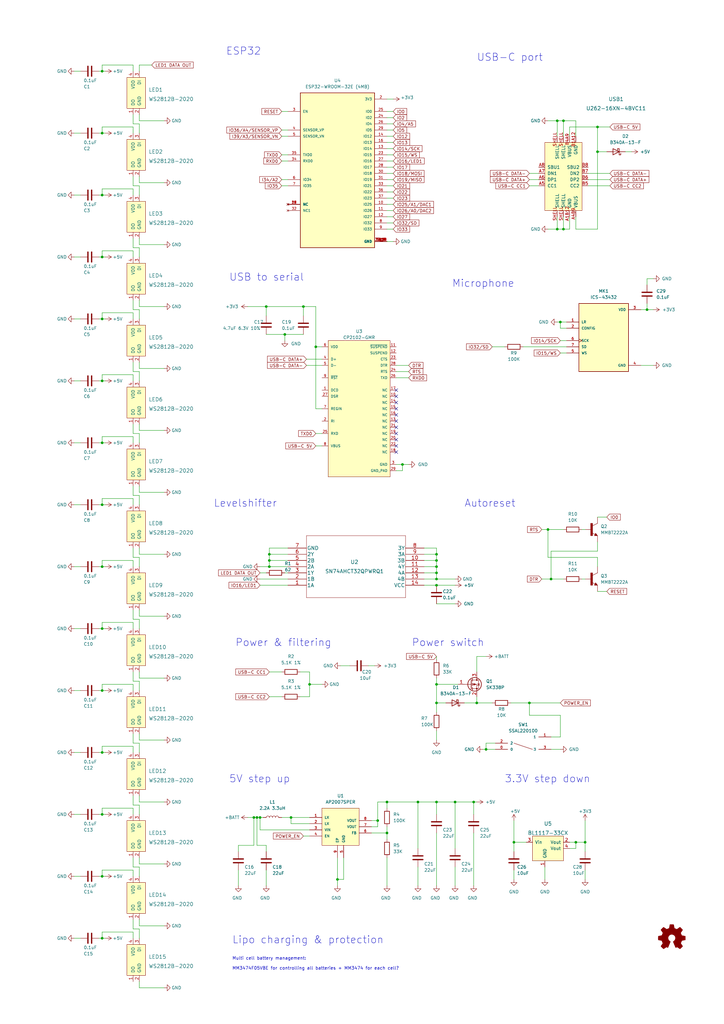
<source format=kicad_sch>
(kicad_sch (version 20211123) (generator eeschema)
  (paper "A3" portrait)
  (junction (at 110.49 232.41))
  (junction (at 210.82 345.44))
  (junction (at 179.07 234.95))
  (junction (at 105.41 335.28))
  (junction (at 171.45 328.93))
  (junction (at 124.46 125.73))
  (junction (at 179.07 280.67))
  (junction (at 127 280.67))
  (junction (at 179.07 237.49))
  (junction (at 228.6 93.98))
  (junction (at 179.07 232.41))
  (junction (at 179.07 227.33))
  (junction (at 228.6 49.53))
  (junction (at 179.07 240.03))
  (junction (at 245.11 62.23))
  (junction (at 224.79 217.17))
  (junction (at 195.58 288.29))
  (junction (at 129.54 142.24))
  (junction (at 41.91 181.61))
  (junction (at 110.49 227.33))
  (junction (at 41.91 80.01))
  (junction (at 179.07 229.87))
  (junction (at 154.94 336.55))
  (junction (at 229.87 132.08))
  (junction (at 41.91 283.21))
  (junction (at 245.11 52.07))
  (junction (at 265.43 127))
  (junction (at 110.49 229.87))
  (junction (at 41.91 308.61))
  (junction (at 165.1 190.5))
  (junction (at 41.91 130.81))
  (junction (at 41.91 54.61))
  (junction (at 41.91 207.01))
  (junction (at 158.75 341.63))
  (junction (at 41.91 359.41))
  (junction (at 179.07 288.29))
  (junction (at 158.75 328.93))
  (junction (at 109.22 125.73))
  (junction (at 116.84 137.16))
  (junction (at 106.68 335.28))
  (junction (at 194.31 328.93))
  (junction (at 41.91 232.41))
  (junction (at 226.06 237.49))
  (junction (at 104.14 335.28))
  (junction (at 41.91 29.21))
  (junction (at 179.07 328.93))
  (junction (at 41.91 384.81))
  (junction (at 231.14 49.53))
  (junction (at 41.91 257.81))
  (junction (at 217.17 288.29))
  (junction (at 119.38 335.28))
  (junction (at 186.69 328.93))
  (junction (at 41.91 156.21))
  (junction (at 138.43 360.68))
  (junction (at 236.22 345.44))
  (junction (at 41.91 105.41))
  (junction (at 240.03 345.44))
  (junction (at 199.39 307.34))
  (junction (at 231.14 93.98))
  (junction (at 41.91 334.01))
  (no_connect (at 162.56 170.18))
  (no_connect (at 162.56 165.1))
  (no_connect (at 162.56 185.42))
  (no_connect (at 162.56 172.72))
  (no_connect (at 162.56 180.34))
  (no_connect (at 162.56 167.64))
  (no_connect (at 162.56 177.8))
  (no_connect (at 162.56 160.02))
  (no_connect (at 162.56 175.26))
  (no_connect (at 162.56 182.88))
  (no_connect (at 162.56 162.56))
  (wire (pts (xy 245.11 228.6) (xy 224.79 228.6)))
  (wire (pts (xy 124.46 125.73) (xy 124.46 129.54)))
  (wire (pts (xy 179.07 247.65) (xy 186.69 247.65)))
  (wire (pts (xy 127 280.67) (xy 127 285.75)))
  (wire (pts (xy 57.15 201.93) (xy 67.31 201.93)))
  (wire (pts (xy 54.61 330.2) (xy 57.15 330.2)))
  (wire (pts (xy 57.15 328.93) (xy 57.15 326.39)))
  (wire (pts (xy 97.79 349.25) (xy 97.79 346.71)))
  (wire (pts (xy 161.29 55.88) (xy 158.75 55.88)))
  (wire (pts (xy 57.15 151.13) (xy 67.31 151.13)))
  (wire (pts (xy 54.61 306.07) (xy 54.61 308.61)))
  (wire (pts (xy 43.18 308.61) (xy 41.91 308.61)))
  (wire (pts (xy 43.18 156.21) (xy 41.91 156.21)))
  (wire (pts (xy 240.03 356.87) (xy 240.03 360.68)))
  (wire (pts (xy 229.87 132.08) (xy 232.41 132.08)))
  (wire (pts (xy 41.91 102.87) (xy 54.61 102.87)))
  (wire (pts (xy 110.49 229.87) (xy 110.49 232.41)))
  (wire (pts (xy 186.69 328.93) (xy 194.31 328.93)))
  (wire (pts (xy 210.82 336.55) (xy 210.82 345.44)))
  (wire (pts (xy 162.56 152.4) (xy 167.64 152.4)))
  (wire (pts (xy 54.61 300.99) (xy 54.61 304.8)))
  (wire (pts (xy 124.46 125.73) (xy 129.54 125.73)))
  (wire (pts (xy 54.61 279.4) (xy 57.15 279.4)))
  (wire (pts (xy 41.91 52.07) (xy 41.91 54.61)))
  (wire (pts (xy 43.18 283.21) (xy 41.91 283.21)))
  (wire (pts (xy 143.51 273.05) (xy 139.7 273.05)))
  (wire (pts (xy 41.91 280.67) (xy 41.91 283.21)))
  (wire (pts (xy 199.39 269.24) (xy 195.58 269.24)))
  (wire (pts (xy 179.07 269.24) (xy 179.07 270.51)))
  (wire (pts (xy 54.61 382.27) (xy 54.61 384.81)))
  (wire (pts (xy 224.79 217.17) (xy 231.14 217.17)))
  (wire (pts (xy 233.68 93.98) (xy 231.14 93.98)))
  (wire (pts (xy 220.98 76.2) (xy 217.17 76.2)))
  (wire (pts (xy 179.07 299.72) (xy 179.07 303.53)))
  (wire (pts (xy 179.07 224.79) (xy 179.07 227.33)))
  (wire (pts (xy 229.87 139.7) (xy 232.41 139.7)))
  (wire (pts (xy 43.18 130.81) (xy 41.91 130.81)))
  (wire (pts (xy 195.58 269.24) (xy 195.58 275.59)))
  (wire (pts (xy 57.15 176.53) (xy 57.15 173.99)))
  (wire (pts (xy 33.02 80.01) (xy 30.48 80.01)))
  (wire (pts (xy 161.29 83.82) (xy 158.75 83.82)))
  (wire (pts (xy 57.15 152.4) (xy 57.15 156.21)))
  (wire (pts (xy 57.15 49.53) (xy 57.15 46.99)))
  (wire (pts (xy 41.91 26.67) (xy 54.61 26.67)))
  (wire (pts (xy 161.29 91.44) (xy 158.75 91.44)))
  (wire (pts (xy 194.31 341.63) (xy 194.31 363.22)))
  (wire (pts (xy 161.29 78.74) (xy 158.75 78.74)))
  (wire (pts (xy 106.68 335.28) (xy 107.95 335.28)))
  (wire (pts (xy 217.17 293.37) (xy 217.17 288.29)))
  (wire (pts (xy 54.61 128.27) (xy 54.61 130.81)))
  (wire (pts (xy 222.25 237.49) (xy 226.06 237.49)))
  (wire (pts (xy 118.11 229.87) (xy 110.49 229.87)))
  (wire (pts (xy 231.14 88.9) (xy 231.14 93.98)))
  (wire (pts (xy 232.41 134.62) (xy 229.87 134.62)))
  (wire (pts (xy 54.61 50.8) (xy 57.15 50.8)))
  (wire (pts (xy 238.76 217.17) (xy 240.03 217.17)))
  (wire (pts (xy 233.68 52.07) (xy 245.11 52.07)))
  (wire (pts (xy 198.12 307.34) (xy 199.39 307.34)))
  (wire (pts (xy 228.6 93.98) (xy 224.79 93.98)))
  (wire (pts (xy 236.22 93.98) (xy 245.11 93.98)))
  (wire (pts (xy 41.91 102.87) (xy 41.91 105.41)))
  (wire (pts (xy 186.69 355.6) (xy 186.69 363.22)))
  (wire (pts (xy 33.02 156.21) (xy 30.48 156.21)))
  (wire (pts (xy 33.02 54.61) (xy 30.48 54.61)))
  (wire (pts (xy 41.91 54.61) (xy 40.64 54.61)))
  (wire (pts (xy 265.43 116.84) (xy 265.43 114.3)))
  (wire (pts (xy 33.02 283.21) (xy 30.48 283.21)))
  (wire (pts (xy 186.69 328.93) (xy 186.69 347.98)))
  (wire (pts (xy 41.91 52.07) (xy 54.61 52.07)))
  (wire (pts (xy 132.08 167.64) (xy 129.54 167.64)))
  (wire (pts (xy 57.15 279.4) (xy 57.15 283.21)))
  (wire (pts (xy 265.43 114.3) (xy 267.97 114.3)))
  (wire (pts (xy 171.45 328.93) (xy 179.07 328.93)))
  (wire (pts (xy 115.57 45.72) (xy 118.11 45.72)))
  (wire (pts (xy 57.15 405.13) (xy 57.15 402.59)))
  (wire (pts (xy 41.91 77.47) (xy 54.61 77.47)))
  (wire (pts (xy 41.91 356.87) (xy 41.91 359.41)))
  (wire (pts (xy 41.91 331.47) (xy 41.91 334.01)))
  (wire (pts (xy 129.54 142.24) (xy 132.08 142.24)))
  (wire (pts (xy 41.91 359.41) (xy 40.64 359.41)))
  (wire (pts (xy 179.07 232.41) (xy 179.07 234.95)))
  (wire (pts (xy 154.94 339.09) (xy 154.94 336.55)))
  (wire (pts (xy 33.02 334.01) (xy 30.48 334.01)))
  (wire (pts (xy 54.61 381) (xy 57.15 381)))
  (wire (pts (xy 41.91 181.61) (xy 40.64 181.61)))
  (wire (pts (xy 118.11 224.79) (xy 110.49 224.79)))
  (wire (pts (xy 161.29 93.98) (xy 158.75 93.98)))
  (wire (pts (xy 140.97 351.79) (xy 140.97 360.68)))
  (wire (pts (xy 104.14 346.71) (xy 104.14 335.28)))
  (wire (pts (xy 41.91 179.07) (xy 41.91 181.61)))
  (wire (pts (xy 109.22 346.71) (xy 105.41 346.71)))
  (wire (pts (xy 129.54 182.88) (xy 132.08 182.88)))
  (wire (pts (xy 152.4 339.09) (xy 154.94 339.09)))
  (wire (pts (xy 57.15 74.93) (xy 57.15 72.39)))
  (wire (pts (xy 57.15 177.8) (xy 57.15 181.61)))
  (wire (pts (xy 57.15 74.93) (xy 67.31 74.93)))
  (wire (pts (xy 41.91 306.07) (xy 54.61 306.07)))
  (wire (pts (xy 54.61 228.6) (xy 57.15 228.6)))
  (wire (pts (xy 233.68 55.88) (xy 233.68 52.07)))
  (wire (pts (xy 229.87 293.37) (xy 217.17 293.37)))
  (wire (pts (xy 43.18 257.81) (xy 41.91 257.81)))
  (wire (pts (xy 41.91 77.47) (xy 41.91 80.01)))
  (wire (pts (xy 127 275.59) (xy 127 280.67)))
  (wire (pts (xy 57.15 304.8) (xy 57.15 308.61)))
  (wire (pts (xy 222.25 217.17) (xy 224.79 217.17)))
  (wire (pts (xy 171.45 328.93) (xy 171.45 347.98)))
  (wire (pts (xy 173.99 237.49) (xy 179.07 237.49)))
  (wire (pts (xy 171.45 355.6) (xy 171.45 363.22)))
  (wire (pts (xy 33.02 308.61) (xy 30.48 308.61)))
  (wire (pts (xy 54.61 351.79) (xy 54.61 355.6)))
  (wire (pts (xy 161.29 86.36) (xy 158.75 86.36)))
  (wire (pts (xy 57.15 328.93) (xy 67.31 328.93)))
  (wire (pts (xy 115.57 53.34) (xy 118.11 53.34)))
  (wire (pts (xy 57.15 227.33) (xy 57.15 224.79)))
  (wire (pts (xy 54.61 275.59) (xy 54.61 279.4)))
  (wire (pts (xy 41.91 283.21) (xy 40.64 283.21)))
  (wire (pts (xy 41.91 105.41) (xy 40.64 105.41)))
  (wire (pts (xy 43.18 29.21) (xy 41.91 29.21)))
  (wire (pts (xy 41.91 128.27) (xy 54.61 128.27)))
  (wire (pts (xy 119.38 335.28) (xy 127 335.28)))
  (wire (pts (xy 123.19 285.75) (xy 127 285.75)))
  (wire (pts (xy 115.57 66.04) (xy 118.11 66.04)))
  (wire (pts (xy 33.02 359.41) (xy 30.48 359.41)))
  (wire (pts (xy 41.91 207.01) (xy 40.64 207.01)))
  (wire (pts (xy 54.61 199.39) (xy 54.61 203.2)))
  (wire (pts (xy 115.57 55.88) (xy 118.11 55.88)))
  (wire (pts (xy 57.15 354.33) (xy 57.15 351.79)))
  (wire (pts (xy 41.91 255.27) (xy 41.91 257.81)))
  (wire (pts (xy 140.97 360.68) (xy 138.43 360.68)))
  (wire (pts (xy 173.99 224.79) (xy 179.07 224.79)))
  (wire (pts (xy 210.82 345.44) (xy 215.9 345.44)))
  (wire (pts (xy 236.22 345.44) (xy 240.03 345.44)))
  (wire (pts (xy 240.03 336.55) (xy 240.03 345.44)))
  (wire (pts (xy 228.6 132.08) (xy 229.87 132.08)))
  (wire (pts (xy 138.43 351.79) (xy 138.43 360.68)))
  (wire (pts (xy 97.79 356.87) (xy 97.79 363.22)))
  (wire (pts (xy 57.15 100.33) (xy 57.15 97.79)))
  (wire (pts (xy 57.15 127) (xy 57.15 130.81)))
  (wire (pts (xy 158.75 328.93) (xy 171.45 328.93)))
  (wire (pts (xy 129.54 177.8) (xy 132.08 177.8)))
  (wire (pts (xy 105.41 335.28) (xy 106.68 335.28)))
  (wire (pts (xy 54.61 52.07) (xy 54.61 54.61)))
  (wire (pts (xy 161.29 50.8) (xy 158.75 50.8)))
  (wire (pts (xy 41.91 80.01) (xy 40.64 80.01)))
  (wire (pts (xy 41.91 156.21) (xy 40.64 156.21)))
  (wire (pts (xy 161.29 45.72) (xy 158.75 45.72)))
  (wire (pts (xy 41.91 384.81) (xy 40.64 384.81)))
  (wire (pts (xy 106.68 237.49) (xy 118.11 237.49)))
  (wire (pts (xy 57.15 405.13) (xy 67.31 405.13)))
  (wire (pts (xy 161.29 71.12) (xy 158.75 71.12)))
  (wire (pts (xy 224.79 49.53) (xy 228.6 49.53)))
  (wire (pts (xy 116.84 137.16) (xy 116.84 139.7)))
  (wire (pts (xy 154.94 328.93) (xy 158.75 328.93)))
  (wire (pts (xy 110.49 227.33) (xy 110.49 229.87)))
  (wire (pts (xy 248.92 242.57) (xy 245.11 242.57)))
  (wire (pts (xy 210.82 349.25) (xy 210.82 345.44)))
  (wire (pts (xy 173.99 229.87) (xy 179.07 229.87)))
  (wire (pts (xy 43.18 334.01) (xy 41.91 334.01)))
  (wire (pts (xy 241.3 71.12) (xy 250.19 71.12)))
  (wire (pts (xy 41.91 130.81) (xy 40.64 130.81)))
  (wire (pts (xy 54.61 72.39) (xy 54.61 76.2)))
  (wire (pts (xy 54.61 355.6) (xy 57.15 355.6)))
  (wire (pts (xy 54.61 76.2) (xy 57.15 76.2)))
  (wire (pts (xy 199.39 307.34) (xy 203.2 307.34)))
  (wire (pts (xy 229.87 302.26) (xy 229.87 293.37)))
  (wire (pts (xy 110.49 285.75) (xy 115.57 285.75)))
  (wire (pts (xy 229.87 134.62) (xy 229.87 132.08)))
  (wire (pts (xy 173.99 234.95) (xy 179.07 234.95)))
  (wire (pts (xy 217.17 73.66) (xy 220.98 73.66)))
  (wire (pts (xy 106.68 232.41) (xy 110.49 232.41)))
  (wire (pts (xy 256.54 62.23) (xy 259.08 62.23)))
  (wire (pts (xy 33.02 232.41) (xy 30.48 232.41)))
  (wire (pts (xy 57.15 330.2) (xy 57.15 334.01)))
  (wire (pts (xy 158.75 328.93) (xy 158.75 331.47)))
  (wire (pts (xy 226.06 307.34) (xy 229.87 307.34)))
  (wire (pts (xy 190.5 288.29) (xy 195.58 288.29)))
  (wire (pts (xy 127 337.82) (xy 119.38 337.82)))
  (wire (pts (xy 179.07 237.49) (xy 186.69 237.49)))
  (wire (pts (xy 179.07 288.29) (xy 182.88 288.29)))
  (wire (pts (xy 245.11 62.23) (xy 248.92 62.23)))
  (wire (pts (xy 161.29 40.64) (xy 158.75 40.64)))
  (wire (pts (xy 41.91 204.47) (xy 41.91 207.01)))
  (wire (pts (xy 162.56 190.5) (xy 165.1 190.5)))
  (wire (pts (xy 173.99 232.41) (xy 179.07 232.41)))
  (wire (pts (xy 161.29 53.34) (xy 158.75 53.34)))
  (wire (pts (xy 57.15 50.8) (xy 57.15 54.61)))
  (wire (pts (xy 54.61 326.39) (xy 54.61 330.2)))
  (wire (pts (xy 54.61 127) (xy 57.15 127)))
  (wire (pts (xy 54.61 224.79) (xy 54.61 228.6)))
  (wire (pts (xy 161.29 63.5) (xy 158.75 63.5)))
  (wire (pts (xy 54.61 177.8) (xy 57.15 177.8)))
  (wire (pts (xy 41.91 179.07) (xy 54.61 179.07)))
  (wire (pts (xy 54.61 204.47) (xy 54.61 207.01)))
  (wire (pts (xy 231.14 55.88) (xy 231.14 49.53)))
  (wire (pts (xy 195.58 285.75) (xy 195.58 288.29)))
  (wire (pts (xy 57.15 381) (xy 57.15 384.81)))
  (wire (pts (xy 54.61 148.59) (xy 54.61 152.4)))
  (wire (pts (xy 57.15 303.53) (xy 57.15 300.99)))
  (wire (pts (xy 57.15 100.33) (xy 67.31 100.33)))
  (wire (pts (xy 57.15 125.73) (xy 57.15 123.19)))
  (wire (pts (xy 54.61 152.4) (xy 57.15 152.4)))
  (wire (pts (xy 162.56 193.04) (xy 165.1 193.04)))
  (wire (pts (xy 57.15 26.67) (xy 57.15 29.21)))
  (wire (pts (xy 43.18 207.01) (xy 41.91 207.01)))
  (wire (pts (xy 57.15 303.53) (xy 67.31 303.53)))
  (wire (pts (xy 154.94 336.55) (xy 154.94 328.93)))
  (wire (pts (xy 226.06 226.06) (xy 226.06 237.49)))
  (wire (pts (xy 129.54 167.64) (xy 129.54 142.24)))
  (wire (pts (xy 57.15 354.33) (xy 67.31 354.33)))
  (wire (pts (xy 179.07 229.87) (xy 179.07 232.41)))
  (wire (pts (xy 57.15 151.13) (xy 57.15 148.59)))
  (wire (pts (xy 33.02 384.81) (xy 30.48 384.81)))
  (wire (pts (xy 236.22 347.98) (xy 236.22 345.44)))
  (wire (pts (xy 41.91 306.07) (xy 41.91 308.61)))
  (wire (pts (xy 54.61 46.99) (xy 54.61 50.8)))
  (wire (pts (xy 245.11 222.25) (xy 245.11 226.06)))
  (wire (pts (xy 162.56 149.86) (xy 167.64 149.86)))
  (wire (pts (xy 109.22 349.25) (xy 109.22 346.71)))
  (wire (pts (xy 54.61 254) (xy 57.15 254)))
  (wire (pts (xy 41.91 382.27) (xy 41.91 384.81)))
  (wire (pts (xy 127 340.36) (xy 106.68 340.36)))
  (wire (pts (xy 54.61 304.8) (xy 57.15 304.8)))
  (wire (pts (xy 109.22 125.73) (xy 109.22 129.54)))
  (wire (pts (xy 214.63 142.24) (xy 232.41 142.24)))
  (wire (pts (xy 236.22 88.9) (xy 236.22 93.98)))
  (wire (pts (xy 57.15 76.2) (xy 57.15 80.01)))
  (wire (pts (xy 153.67 273.05) (xy 151.13 273.05)))
  (wire (pts (xy 179.07 280.67) (xy 179.07 288.29)))
  (wire (pts (xy 179.07 278.13) (xy 179.07 280.67)))
  (wire (pts (xy 106.68 240.03) (xy 118.11 240.03)))
  (wire (pts (xy 179.07 240.03) (xy 186.69 240.03)))
  (wire (pts (xy 173.99 227.33) (xy 179.07 227.33)))
  (wire (pts (xy 179.07 227.33) (xy 179.07 229.87)))
  (wire (pts (xy 41.91 29.21) (xy 40.64 29.21)))
  (wire (pts (xy 123.19 275.59) (xy 127 275.59)))
  (wire (pts (xy 228.6 49.53) (xy 228.6 55.88)))
  (wire (pts (xy 194.31 328.93) (xy 194.31 334.01)))
  (wire (pts (xy 43.18 181.61) (xy 41.91 181.61)))
  (wire (pts (xy 41.91 255.27) (xy 54.61 255.27)))
  (wire (pts (xy 54.61 356.87) (xy 54.61 359.41)))
  (wire (pts (xy 161.29 58.42) (xy 158.75 58.42)))
  (wire (pts (xy 54.61 101.6) (xy 57.15 101.6)))
  (wire (pts (xy 199.39 304.8) (xy 199.39 307.34)))
  (wire (pts (xy 231.14 49.53) (xy 228.6 49.53)))
  (wire (pts (xy 158.75 351.79) (xy 158.75 363.22)))
  (wire (pts (xy 226.06 237.49) (xy 231.14 237.49)))
  (wire (pts (xy 57.15 49.53) (xy 67.31 49.53)))
  (wire (pts (xy 41.91 26.67) (xy 41.91 29.21)))
  (wire (pts (xy 179.07 288.29) (xy 179.07 292.1)))
  (wire (pts (xy 262.89 127) (xy 265.43 127)))
  (wire (pts (xy 245.11 93.98) (xy 245.11 62.23)))
  (wire (pts (xy 41.91 308.61) (xy 40.64 308.61)))
  (wire (pts (xy 245.11 232.41) (xy 245.11 228.6)))
  (wire (pts (xy 33.02 29.21) (xy 30.48 29.21)))
  (wire (pts (xy 106.68 234.95) (xy 109.22 234.95)))
  (wire (pts (xy 229.87 144.78) (xy 232.41 144.78)))
  (wire (pts (xy 194.31 328.93) (xy 195.58 328.93)))
  (wire (pts (xy 165.1 193.04) (xy 165.1 190.5)))
  (wire (pts (xy 57.15 26.67) (xy 62.23 26.67)))
  (wire (pts (xy 179.07 328.93) (xy 186.69 328.93)))
  (wire (pts (xy 104.14 335.28) (xy 105.41 335.28)))
  (wire (pts (xy 129.54 125.73) (xy 129.54 142.24)))
  (wire (pts (xy 41.91 334.01) (xy 40.64 334.01)))
  (wire (pts (xy 41.91 356.87) (xy 54.61 356.87)))
  (wire (pts (xy 195.58 288.29) (xy 201.93 288.29)))
  (wire (pts (xy 217.17 71.12) (xy 220.98 71.12)))
  (wire (pts (xy 54.61 153.67) (xy 54.61 156.21)))
  (wire (pts (xy 54.61 203.2) (xy 57.15 203.2)))
  (wire (pts (xy 161.29 60.96) (xy 158.75 60.96)))
  (wire (pts (xy 110.49 275.59) (xy 115.57 275.59)))
  (wire (pts (xy 57.15 227.33) (xy 67.31 227.33)))
  (wire (pts (xy 33.02 130.81) (xy 30.48 130.81)))
  (wire (pts (xy 233.68 88.9) (xy 233.68 93.98)))
  (wire (pts (xy 118.11 227.33) (xy 110.49 227.33)))
  (wire (pts (xy 233.68 347.98) (xy 236.22 347.98)))
  (wire (pts (xy 125.73 149.86) (xy 132.08 149.86)))
  (wire (pts (xy 105.41 346.71) (xy 105.41 335.28)))
  (wire (pts (xy 138.43 360.68) (xy 138.43 363.22)))
  (wire (pts (xy 161.29 88.9) (xy 158.75 88.9)))
  (wire (pts (xy 115.57 76.2) (xy 118.11 76.2)))
  (wire (pts (xy 57.15 176.53) (xy 67.31 176.53)))
  (wire (pts (xy 248.92 212.09) (xy 245.11 212.09)))
  (wire (pts (xy 226.06 226.06) (xy 245.11 226.06)))
  (wire (pts (xy 162.56 154.94) (xy 167.64 154.94)))
  (wire (pts (xy 201.93 142.24) (xy 207.01 142.24)))
  (wire (pts (xy 110.49 224.79) (xy 110.49 227.33)))
  (wire (pts (xy 125.73 147.32) (xy 132.08 147.32)))
  (wire (pts (xy 245.11 52.07) (xy 245.11 62.23)))
  (wire (pts (xy 179.07 328.93) (xy 179.07 334.01)))
  (wire (pts (xy 165.1 190.5) (xy 167.64 190.5)))
  (wire (pts (xy 106.68 340.36) (xy 106.68 335.28)))
  (wire (pts (xy 54.61 77.47) (xy 54.61 80.01)))
  (wire (pts (xy 54.61 331.47) (xy 54.61 334.01)))
  (wire (pts (xy 33.02 105.41) (xy 30.48 105.41)))
  (wire (pts (xy 54.61 102.87) (xy 54.61 105.41)))
  (wire (pts (xy 203.2 304.8) (xy 199.39 304.8)))
  (wire (pts (xy 158.75 341.63) (xy 158.75 339.09)))
  (wire (pts (xy 161.29 68.58) (xy 158.75 68.58)))
  (wire (pts (xy 161.29 81.28) (xy 158.75 81.28)))
  (wire (pts (xy 236.22 55.88) (xy 236.22 49.53)))
  (wire (pts (xy 127 280.67) (xy 132.08 280.67)))
  (wire (pts (xy 109.22 137.16) (xy 116.84 137.16)))
  (wire (pts (xy 57.15 201.93) (xy 57.15 199.39)))
  (wire (pts (xy 41.91 153.67) (xy 54.61 153.67)))
  (wire (pts (xy 54.61 255.27) (xy 54.61 257.81)))
  (wire (pts (xy 54.61 97.79) (xy 54.61 101.6)))
  (wire (pts (xy 217.17 288.29) (xy 229.87 288.29)))
  (wire (pts (xy 54.61 26.67) (xy 54.61 29.21)))
  (wire (pts (xy 223.52 355.6) (xy 223.52 360.68)))
  (wire (pts (xy 33.02 181.61) (xy 30.48 181.61)))
  (wire (pts (xy 33.02 207.01) (xy 30.48 207.01)))
  (wire (pts (xy 173.99 240.03) (xy 179.07 240.03)))
  (wire (pts (xy 67.31 278.13) (xy 57.15 278.13)))
  (wire (pts (xy 54.61 377.19) (xy 54.61 381)))
  (wire (pts (xy 161.29 48.26) (xy 158.75 48.26)))
  (wire (pts (xy 224.79 228.6) (xy 224.79 217.17)))
  (wire (pts (xy 54.61 123.19) (xy 54.61 127)))
  (wire (pts (xy 57.15 252.73) (xy 67.31 252.73)))
  (wire (pts (xy 240.03 345.44) (xy 240.03 349.25)))
  (wire (pts (xy 57.15 379.73) (xy 57.15 377.19)))
  (wire (pts (xy 110.49 232.41) (xy 118.11 232.41)))
  (wire (pts (xy 41.91 204.47) (xy 54.61 204.47)))
  (wire (pts (xy 41.91 382.27) (xy 54.61 382.27)))
  (wire (pts (xy 109.22 125.73) (xy 124.46 125.73)))
  (wire (pts (xy 116.84 137.16) (xy 124.46 137.16)))
  (wire (pts (xy 57.15 278.13) (xy 57.15 275.59)))
  (wire (pts (xy 265.43 127) (xy 267.97 127)))
  (wire (pts (xy 161.29 99.06) (xy 158.75 99.06)))
  (wire (pts (xy 226.06 302.26) (xy 229.87 302.26)))
  (wire (pts (xy 41.91 331.47) (xy 54.61 331.47)))
  (wire (pts (xy 33.02 257.81) (xy 30.48 257.81)))
  (wire (pts (xy 43.18 105.41) (xy 41.91 105.41)))
  (wire (pts (xy 245.11 52.07) (xy 250.19 52.07)))
  (wire (pts (xy 57.15 252.73) (xy 57.15 250.19)))
  (wire (pts (xy 262.89 149.86) (xy 267.97 149.86)))
  (wire (pts (xy 161.29 73.66) (xy 158.75 73.66)))
  (wire (pts (xy 241.3 73.66) (xy 250.19 73.66)))
  (wire (pts (xy 57.15 203.2) (xy 57.15 207.01)))
  (wire (pts (xy 101.6 125.73) (xy 109.22 125.73)))
  (wire (pts (xy 210.82 356.87) (xy 210.82 360.68)))
  (wire (pts (xy 54.61 179.07) (xy 54.61 181.61)))
  (wire (pts (xy 124.46 342.9) (xy 127 342.9)))
  (wire (pts (xy 115.57 73.66) (xy 118.11 73.66)))
  (wire (pts (xy 109.22 356.87) (xy 109.22 363.22)))
  (wire (pts (xy 179.07 280.67) (xy 187.96 280.67)))
  (wire (pts (xy 161.29 66.04) (xy 158.75 66.04)))
  (wire (pts (xy 241.3 76.2) (xy 250.19 76.2)))
  (wire (pts (xy 54.61 250.19) (xy 54.61 254)))
  (wire (pts (xy 116.84 234.95) (xy 118.11 234.95)))
  (wire (pts (xy 43.18 232.41) (xy 41.91 232.41)))
  (wire (pts (xy 231.14 93.98) (xy 228.6 93.98)))
  (wire (pts (xy 54.61 173.99) (xy 54.61 177.8)))
  (wire (pts (xy 101.6 335.28) (xy 104.14 335.28)))
  (wire (pts (xy 54.61 280.67) (xy 54.61 283.21)))
  (wire (pts (xy 41.91 257.81) (xy 40.64 257.81)))
  (wire (pts (xy 236.22 49.53) (xy 231.14 49.53)))
  (wire (pts (xy 41.91 232.41) (xy 40.64 232.41)))
  (wire (pts (xy 43.18 384.81) (xy 41.91 384.81)))
  (wire (pts (xy 179.07 234.95) (xy 179.07 237.49)))
  (wire (pts (xy 158.75 341.63) (xy 158.75 344.17)))
  (wire (pts (xy 233.68 345.44) (xy 236.22 345.44)))
  (wire (pts (xy 228.6 88.9) (xy 228.6 93.98)))
  (wire (pts (xy 57.15 101.6) (xy 57.15 105.41)))
  (wire (pts (xy 238.76 237.49) (xy 240.03 237.49)))
  (wire (pts (xy 57.15 355.6) (xy 57.15 359.41)))
  (wire (pts (xy 209.55 288.29) (xy 217.17 288.29)))
  (wire (pts (xy 41.91 280.67) (xy 54.61 280.67)))
  (wire (pts (xy 41.91 229.87) (xy 41.91 232.41)))
  (wire (pts (xy 97.79 346.71) (xy 104.14 346.71)))
  (wire (pts (xy 41.91 128.27) (xy 41.91 130.81)))
  (wire (pts (xy 265.43 124.46) (xy 265.43 127)))
  (wire (pts (xy 43.18 54.61) (xy 41.91 54.61)))
  (wire (pts (xy 43.18 80.01) (xy 41.91 80.01)))
  (wire (pts (xy 41.91 153.67) (xy 41.91 156.21)))
  (wire (pts (xy 57.15 254) (xy 57.15 257.81)))
  (wire (pts (xy 115.57 335.28) (xy 119.38 335.28)))
  (wire (pts (xy 54.61 229.87) (xy 54.61 232.41)))
  (wire (pts (xy 57.15 125.73) (xy 67.31 125.73)))
  (wire (pts (xy 152.4 341.63) (xy 158.75 341.63)))
  (wire (pts (xy 57.15 379.73) (xy 67.31 379.73)))
  (wire (pts (xy 161.29 76.2) (xy 158.75 76.2)))
  (wire (pts (xy 43.18 359.41) (xy 41.91 359.41)))
  (wire (pts (xy 119.38 337.82) (xy 119.38 335.28)))
  (wire (pts (xy 179.07 341.63) (xy 179.07 363.22)))
  (wire (pts (xy 115.57 63.5) (xy 118.11 63.5)))
  (wire (pts (xy 152.4 336.55) (xy 154.94 336.55)))
  (wire (pts (xy 57.15 228.6) (xy 57.15 232.41)))
  (wire (pts (xy 41.91 229.87) (xy 54.61 229.87)))
  (text "ESP32" (at 92.71 22.86 0) (effects (font (size 3 3)) (justify left bottom)))
  (text "3.3V step down" (at 207.01 321.31 0) (effects (font (size 3 3)) (justify left bottom)))
  (text "USB to serial" (at 93.98 115.57 0) (effects (font (size 3 3)) (justify left bottom)))
  (text "Power switch" (at 168.91 265.43 0) (effects (font (size 3 3)) (justify left bottom)))
  (text "USB-C port" (at 195.58 25.4 0) (effects (font (size 3 3)) (justify left bottom)))
  (text "5V step up" (at 93.98 321.31 0) (effects (font (size 3 3)) (justify left bottom)))
  (text "Lipo charging & protection" (at 95.25 387.35 0) (effects (font (size 3 3)) (justify left bottom)))
  (text "Microphone" (at 185.42 118.11 0) (effects (font (size 3 3)) (justify left bottom)))
  (text "Power & filtering" (at 96.52 265.43 0) (effects (font (size 3 3)) (justify left bottom)))
  (text "Multi cell battery management:\n\nMM3474F05VBE for controlling all batteries + MM3474 for each cell?\n	" (at 95.25 400.05 0) (effects (font (size 1.27 1.27)) (justify left bottom)))
  (text "Autoreset" (at 190.5 208.28 0) (effects (font (size 3 3)) (justify left bottom)))
  (text "Levelshifter" (at 87.63 208.2799 0) (effects (font (size 3 3)) (justify left bottom)))
  (global_label "USB-C DATA-" (shape input) (at 125.73 149.86 180) (property "Intersheet References" "${INTERSHEET_REFS}" (effects hide)))
  (global_label "DTR" (shape input) (at 222.25 237.49 180) (property "Intersheet References" "${INTERSHEET_REFS}" (effects hide)))
  (global_label "USB-C 5V" (shape input) (at 129.54 182.88 180) (property "Intersheet References" "${INTERSHEET_REFS}" (effects hide)))
  (global_label "USB-C CC2" (shape input) (at 110.49 285.75 180) (property "Intersheet References" "${INTERSHEET_REFS}" (effects hide)))
  (global_label "IO27" (shape input) (at 161.29 88.9 0) (property "Intersheet References" "${INTERSHEET_REFS}" (effects hide)))
  (global_label "IO15{slash}WS" (shape input) (at 161.29 63.5 0) (property "Intersheet References" "${INTERSHEET_REFS}" (effects hide)))
  (global_label "USB-C DATA-" (shape input) (at 217.17 71.12 180) (property "Intersheet References" "${INTERSHEET_REFS}" (effects hide)))
  (global_label "RTS" (shape input) (at 222.25 217.17 180) (property "Intersheet References" "${INTERSHEET_REFS}" (effects hide)))
  (global_label "TXD0" (shape input) (at 129.54 177.8 180) (property "Intersheet References" "${INTERSHEET_REFS}" (effects hide)))
  (global_label "IO12" (shape input) (at 161.29 55.88 0) (property "Intersheet References" "${INTERSHEET_REFS}" (effects hide)))
  (global_label "IO21" (shape input) (at 161.29 76.2 0) (property "Intersheet References" "${INTERSHEET_REFS}" (effects hide)))
  (global_label "LED1 DATA OUT" (shape input) (at 106.68 234.95 180) (property "Intersheet References" "${INTERSHEET_REFS}" (effects hide)))
  (global_label "IO14{slash}SCK" (shape input) (at 229.87 139.7 180) (property "Intersheet References" "${INTERSHEET_REFS}" (effects hide)))
  (global_label "IO33" (shape input) (at 161.29 93.98 0) (property "Intersheet References" "${INTERSHEET_REFS}" (effects hide)))
  (global_label "RXD0" (shape input) (at 167.64 154.94 0) (property "Intersheet References" "${INTERSHEET_REFS}" (effects hide)))
  (global_label "IO0" (shape input) (at 161.29 45.72 0) (property "Intersheet References" "${INTERSHEET_REFS}" (effects hide)))
  (global_label "USB-C CC1" (shape input) (at 217.17 76.2 180) (property "Intersheet References" "${INTERSHEET_REFS}" (effects hide)))
  (global_label "IO23" (shape input) (at 161.29 81.28 0) (property "Intersheet References" "${INTERSHEET_REFS}" (effects hide)))
  (global_label "IO18{slash}MOSI" (shape input) (at 161.29 71.12 0) (property "Intersheet References" "${INTERSHEET_REFS}" (effects hide)))
  (global_label "POWER_EN" (shape input) (at 229.87 288.29 0) (property "Intersheet References" "${INTERSHEET_REFS}" (effects hide)))
  (global_label "IO26{slash}A0{slash}DAC2" (shape input) (at 161.29 86.36 0) (property "Intersheet References" "${INTERSHEET_REFS}" (effects hide)))
  (global_label "LED1 DATA OUT" (shape input) (at 62.23 26.67 0) (property "Intersheet References" "${INTERSHEET_REFS}" (effects hide)))
  (global_label "IO0" (shape input) (at 248.92 212.09 0) (property "Intersheet References" "${INTERSHEET_REFS}" (effects hide)))
  (global_label "IO32{slash}SD" (shape input) (at 201.93 142.24 180) (property "Intersheet References" "${INTERSHEET_REFS}" (effects hide)))
  (global_label "IO14{slash}SCK" (shape input) (at 161.29 60.96 0) (property "Intersheet References" "${INTERSHEET_REFS}" (effects hide)))
  (global_label "IO19{slash}MISO" (shape input) (at 161.29 73.66 0) (property "Intersheet References" "${INTERSHEET_REFS}" (effects hide)))
  (global_label "RTS" (shape input) (at 167.64 152.4 0) (property "Intersheet References" "${INTERSHEET_REFS}" (effects hide)))
  (global_label "IO13" (shape input) (at 161.29 58.42 0) (property "Intersheet References" "${INTERSHEET_REFS}" (effects hide)))
  (global_label "IO17" (shape input) (at 161.29 68.58 0) (property "Intersheet References" "${INTERSHEET_REFS}" (effects hide)))
  (global_label "IO22" (shape input) (at 161.29 78.74 0) (property "Intersheet References" "${INTERSHEET_REFS}" (effects hide)))
  (global_label "IO36{slash}A4{slash}SENSOR_VP" (shape input) (at 115.57 53.34 180) (property "Intersheet References" "${INTERSHEET_REFS}" (effects hide)))
  (global_label "IO32{slash}SD" (shape input) (at 161.29 91.44 0) (property "Intersheet References" "${INTERSHEET_REFS}" (effects hide)))
  (global_label "IO25{slash}A1{slash}DAC1" (shape input) (at 161.29 83.82 0) (property "Intersheet References" "${INTERSHEET_REFS}" (effects hide)))
  (global_label "RXD0" (shape input) (at 115.57 66.04 180) (property "Intersheet References" "${INTERSHEET_REFS}" (effects hide)))
  (global_label "I34{slash}A2" (shape input) (at 115.57 73.66 180) (property "Intersheet References" "${INTERSHEET_REFS}" (effects hide)))
  (global_label "IO16{slash}LED1" (shape input) (at 161.29 66.04 0) (property "Intersheet References" "${INTERSHEET_REFS}" (effects hide)))
  (global_label "TXD0" (shape input) (at 115.57 63.5 180) (property "Intersheet References" "${INTERSHEET_REFS}" (effects hide)))
  (global_label "USB-C 5V" (shape input) (at 179.07 269.24 180) (property "Intersheet References" "${INTERSHEET_REFS}" (effects hide)))
  (global_label "USB-C DATA+" (shape input) (at 250.19 73.66 0) (property "Intersheet References" "${INTERSHEET_REFS}" (effects hide)))
  (global_label "RESET" (shape input) (at 115.57 45.72 180) (property "Intersheet References" "${INTERSHEET_REFS}" (effects hide)))
  (global_label "IO35" (shape input) (at 115.57 76.2 180) (property "Intersheet References" "${INTERSHEET_REFS}" (effects hide)))
  (global_label "USB-C CC2" (shape input) (at 250.19 76.2 0) (property "Intersheet References" "${INTERSHEET_REFS}" (effects hide)))
  (global_label "POWER_EN" (shape input) (at 124.46 342.9 180) (property "Intersheet References" "${INTERSHEET_REFS}" (effects hide)))
  (global_label "I39{slash}A3{slash}SENSOR_VN" (shape input) (at 115.57 55.88 180) (property "Intersheet References" "${INTERSHEET_REFS}" (effects hide)))
  (global_label "IO4{slash}A5" (shape input) (at 161.29 50.8 0) (property "Intersheet References" "${INTERSHEET_REFS}" (effects hide)))
  (global_label "USB-C CC1" (shape input) (at 110.49 275.59 180) (property "Intersheet References" "${INTERSHEET_REFS}" (effects hide)))
  (global_label "IO15{slash}WS" (shape input) (at 229.87 144.78 180) (property "Intersheet References" "${INTERSHEET_REFS}" (effects hide)))
  (global_label "USB-C DATA-" (shape input) (at 250.19 71.12 0) (property "Intersheet References" "${INTERSHEET_REFS}" (effects hide)))
  (global_label "RESET" (shape input) (at 248.92 242.57 0) (property "Intersheet References" "${INTERSHEET_REFS}" (effects hide)))
  (global_label "USB-C DATA+" (shape input) (at 217.17 73.66 180) (property "Intersheet References" "${INTERSHEET_REFS}" (effects hide)))
  (global_label "IO16{slash}LED1" (shape input) (at 106.68 240.03 180) (property "Intersheet References" "${INTERSHEET_REFS}" (effects hide)))
  (global_label "USB-C DATA+" (shape input) (at 125.73 147.32 180) (property "Intersheet References" "${INTERSHEET_REFS}" (effects hide)))
  (global_label "IO2" (shape input) (at 161.29 48.26 0) (property "Intersheet References" "${INTERSHEET_REFS}" (effects hide)))
  (global_label "DTR" (shape input) (at 167.64 149.86 0) (property "Intersheet References" "${INTERSHEET_REFS}" (effects hide)))
  (global_label "USB-C 5V" (shape input) (at 250.19 52.07 0) (property "Intersheet References" "${INTERSHEET_REFS}" (effects hide)))
  (global_label "IO5" (shape input) (at 161.29 53.34 0) (property "Intersheet References" "${INTERSHEET_REFS}" (effects hide)))
  (symbol (lib_id "power:+5V") (at 43.18 105.41 270) (mirror x) (unit 1)
    (property "Reference" "#PWR0118" (effects hide))
    (property "Value" "+5V" (at 48.26 105.41 90))
  )
  (symbol (lib_id "power:+5V") (at 43.18 54.61 270) (mirror x) (unit 1)
    (property "Reference" "#PWR0109" (effects hide))
    (property "Value" "+5V" (at 48.26 54.61 90))
  )
  (symbol (lib_id "WS2812B-2020:WS2812B-2020") (at 55.88 88.9 90) (unit 1)
    (property "Reference" "LED3" (at 60.96 87.63 90) (effects (font (size 1.524 1.524)) (justify right)))
    (property "Value" "WS2812B-2020" (at 60.96 91.44 90) (effects (font (size 1.524 1.524)) (justify right)))
    (property "Footprint" "WS2812B-2020:WS2812B-2020" (effects hide))
    (property "Datasheet" "https://datasheet.lcsc.com/lcsc/2012110135_Worldsemi-WS2812B-2020_C965555.pdf" (effects hide))
    (property "Manufacturer" "Worldsemi" (effects hide))
    (property "Mfr. Part # " "WS2812B-2020" (effects hide))
    (property "LCSC Part #" "C965555" (effects hide))
    (property "Description" "12mA RGB SMD,2x2mm Light Emitting Diodes (LED) ROHS" (effects hide))
    (property "5+" "€0.1526" (effects hide))
    (property "50+" "€0.1309" (effects hide))
    (property "150+" "€0.1152" (effects hide))
    (property "LCSC link" "https://lcsc.com/product-detail/Light-Emitting-Diodes-LED_Worldsemi-WS2812B-2020_C965555.html" (effects hide))
  )
  (symbol (lib_id "Device:0.1uF_0603") (at 124.46 133.35 0) (unit 1)
    (property "Reference" "C19" (at 115.57 132.08 0) (effects (justify left)))
    (property "Value" "0.1uF" (at 115.57 134.62 0) (effects (justify left)))
    (property "Footprint" "Capacitor_SMD:C_0603_1608Metric_Pad1.08x0.95mm_HandSolder" (effects hide))
    (property "Datasheet" "https://datasheet.lcsc.com/lcsc/2006111737_AVX-06035C104K4Z2A_C597194.pdf" (effects hide))
    (property "Manufacturer" " AVX" (effects hide))
    (property "Mfr. Part # " "06035C104K4Z2A" (effects hide))
    (property "LCSC Part #" "C597194" (effects hide))
    (property "Package" "0603" (effects hide))
    (property "Description" "50V 100nF X7R ±10% 0603 Multilayer Ceramic Capacitors MLCC - SMD/SMT ROHS" (effects hide))
    (property "50+" "€0.0171" (effects hide))
    (property "500+" "€0.0141" (effects hide))
    (property "1500+" "€0.0119" (effects hide))
    (property "LCSC link" "https://lcsc.com/product-detail/Multilayer-Ceramic-Capacitors-MLCC-SMD-SMT_AVX-06035C104K4Z2A_C597194.html" (effects hide))
  )
  (symbol (lib_id "WS2812B-2020:WS2812B-2020") (at 55.88 241.3 90) (unit 1)
    (property "Reference" "LED9" (at 60.96 240.03 90) (effects (font (size 1.524 1.524)) (justify right)))
    (property "Value" "WS2812B-2020" (at 60.96 243.84 90) (effects (font (size 1.524 1.524)) (justify right)))
    (property "Footprint" "WS2812B-2020:WS2812B-2020" (effects hide))
    (property "Datasheet" "https://datasheet.lcsc.com/lcsc/2012110135_Worldsemi-WS2812B-2020_C965555.pdf" (effects hide))
    (property "Manufacturer" "Worldsemi" (effects hide))
    (property "Mfr. Part # " "WS2812B-2020" (effects hide))
    (property "LCSC Part #" "C965555" (effects hide))
    (property "Description" "12mA RGB SMD,2x2mm Light Emitting Diodes (LED) ROHS" (effects hide))
    (property "5+" "€0.1526" (effects hide))
    (property "50+" "€0.1309" (effects hide))
    (property "150+" "€0.1152" (effects hide))
    (property "LCSC link" "https://lcsc.com/product-detail/Light-Emitting-Diodes-LED_Worldsemi-WS2812B-2020_C965555.html" (effects hide))
  )
  (symbol (lib_id "Device:0.1uF 0603") (at 36.83 232.41 270) (mirror x) (unit 1)
    (property "Reference" "C9" (at 34.29 238.76 90) (effects (justify left)))
    (property "Value" "0.1uF" (at 34.29 236.22 90) (effects (justify left)))
    (property "Footprint" "Capacitor_SMD:C_0603_1608Metric" (effects hide))
    (property "Datasheet" "https://datasheet.lcsc.com/lcsc/2006111737_AVX-06035C104K4Z2A_C597194.pdf" (effects hide))
    (property "Manufacturer" " AVX" (effects hide))
    (property "Mfr. Part #" "06035C104K4Z2A" (effects hide))
    (property "LCSC Part #" "C597194" (effects hide))
    (property "Package" "0603" (effects hide))
    (property "Description" "50V 100nF X7R ±10% 0603 Multilayer Ceramic Capacitors MLCC - SMD/SMT ROHS" (effects hide))
    (property "50+" "€0.0171" (effects hide))
    (property "500+" "€0.0141" (effects hide))
    (property "1500+" "€0.0119" (effects hide))
    (property "LCSC link" "https://lcsc.com/product-detail/Multilayer-Ceramic-Capacitors-MLCC-SMD-SMT_AVX-06035C104K4Z2A_C597194.html" (effects hide))
  )
  (symbol (lib_id "Device:C") (at 97.79 353.06 0) (unit 1)
    (property "Reference" "C16" (at 100.33 355.6 0) (effects (justify left)))
    (property "Value" "22uF" (at 100.33 358.14 0) (effects (justify left)))
    (property "Footprint" "Capacitor_SMD:C_0603_1608Metric_Pad1.08x0.95mm_HandSolder" (effects hide))
  )
  (symbol (lib_id "power:GND") (at 267.97 114.3 90) (unit 1)
    (property "Reference" "#PWR0166" (effects hide))
    (property "Value" "GND" (at 275.59 114.3 90) (effects (justify left)))
  )
  (symbol (lib_id "Device:C") (at 109.22 353.06 0) (unit 1)
    (property "Reference" "C18" (at 111.76 355.6 0) (effects (justify left)))
    (property "Value" "22uF" (at 111.76 358.14 0) (effects (justify left)))
    (property "Footprint" "Capacitor_SMD:C_0603_1608Metric_Pad1.08x0.95mm_HandSolder" (effects hide))
  )
  (symbol (lib_id "Device:0.1uF 0603") (at 36.83 207.01 270) (mirror x) (unit 1)
    (property "Reference" "C8" (at 34.29 213.36 90) (effects (justify left)))
    (property "Value" "0.1uF" (at 34.29 210.82 90) (effects (justify left)))
    (property "Footprint" "Capacitor_SMD:C_0603_1608Metric" (effects hide))
    (property "Datasheet" "https://datasheet.lcsc.com/lcsc/2006111737_AVX-06035C104K4Z2A_C597194.pdf" (effects hide))
    (property "Manufacturer" " AVX" (effects hide))
    (property "Mfr. Part #" "06035C104K4Z2A" (effects hide))
    (property "LCSC Part #" "C597194" (effects hide))
    (property "Package" "0603" (effects hide))
    (property "Description" "50V 100nF X7R ±10% 0603 Multilayer Ceramic Capacitors MLCC - SMD/SMT ROHS" (effects hide))
    (property "50+" "€0.0171" (effects hide))
    (property "500+" "€0.0141" (effects hide))
    (property "1500+" "€0.0119" (effects hide))
    (property "LCSC link" "https://lcsc.com/product-detail/Multilayer-Ceramic-Capacitors-MLCC-SMD-SMT_AVX-06035C104K4Z2A_C597194.html" (effects hide))
  )
  (symbol (lib_id "Device:R") (at 113.03 234.95 270) (unit 1)
    (property "Reference" "R1" (at 118.11 231.14 90))
    (property "Value" "62" (at 118.11 233.68 90))
    (property "Footprint" "Resistor_SMD:R_0603_1608Metric_Pad0.98x0.95mm_HandSolder" (effects hide))
  )
  (symbol (lib_id "power:GND") (at 30.48 308.61 270) (mirror x) (unit 1)
    (property "Reference" "#PWR0127" (effects hide))
    (property "Value" "GND" (at 25.4 308.61 90))
  )
  (symbol (lib_id "power:+3.3V") (at 161.29 40.64 270) (unit 1)
    (property "Reference" "#PWR0159" (effects hide))
    (property "Value" "+3.3V" (at 167.005 40.005 90))
  )
  (symbol (lib_id "WS2812B-2020:WS2812B-2020") (at 55.88 317.5 90) (unit 1)
    (property "Reference" "LED12" (at 60.96 316.23 90) (effects (font (size 1.524 1.524)) (justify right)))
    (property "Value" "WS2812B-2020" (at 60.96 320.04 90) (effects (font (size 1.524 1.524)) (justify right)))
    (property "Footprint" "WS2812B-2020:WS2812B-2020" (effects hide))
    (property "Datasheet" "https://datasheet.lcsc.com/lcsc/2012110135_Worldsemi-WS2812B-2020_C965555.pdf" (effects hide))
    (property "Manufacturer" "Worldsemi" (effects hide))
    (property "Mfr. Part # " "WS2812B-2020" (effects hide))
    (property "LCSC Part #" "C965555" (effects hide))
    (property "Description" "12mA RGB SMD,2x2mm Light Emitting Diodes (LED) ROHS" (effects hide))
    (property "5+" "€0.1526" (effects hide))
    (property "50+" "€0.1309" (effects hide))
    (property "150+" "€0.1152" (effects hide))
    (property "LCSC link" "https://lcsc.com/product-detail/Light-Emitting-Diodes-LED_Worldsemi-WS2812B-2020_C965555.html" (effects hide))
  )
  (symbol (lib_id "power:GND") (at 132.08 280.67 90) (unit 1)
    (property "Reference" "#PWR0157" (effects hide))
    (property "Value" "GND" (at 137.16 280.67 90))
  )
  (symbol (lib_id "power:GND") (at 67.31 405.13 90) (mirror x) (unit 1)
    (property "Reference" "#PWR0128" (effects hide))
    (property "Value" "GND" (at 72.39 405.13 90))
  )
  (symbol (lib_id "Device:100K 0603") (at 210.82 142.24 90) (unit 1)
    (property "Reference" "R9" (at 212.09 144.78 90) (effects (justify left)))
    (property "Value" "100K" (at 213.36 147.32 90) (effects (justify left)))
    (property "Footprint" "Resistor_SMD:R_0603_1608Metric_Pad0.98x0.95mm_HandSolder" (effects hide))
    (property "Datasheet" "https://datasheet.lcsc.com/lcsc/2110260030_UNI-ROYAL-Uniroyal-Elec-0603WAF1003T5E_C25803.pdf" (effects hide))
    (property "Manufacturer" "UNI-ROYAL(Uniroyal Elec)" (effects hide))
    (property "Mfr. Part #" "0603WAF1003T5E" (effects hide))
    (property "LCSC Part #" "C25803" (effects hide))
    (property "Package" "0603" (effects hide))
    (property "Description" "±1% 1/10W Thick Film Resistors 75V ±100ppm/℃ -55℃~+155℃ 100kΩ 0603 Chip Resistor - Surface Mount ROHS" (effects hide))
    (property "LCSC link" "https://lcsc.com/product-detail/Chip-Resistor-Surface-Mount_UNI-ROYAL-Uniroyal-Elec-0603WAF1003T5E_C25803.html" (effects hide))
    (property "100+" "€0.0011" (effects hide))
    (property "1000+" "€0.001" (effects hide))
  )
  (symbol (lib_id "WS2812B-2020:WS2812B-2020") (at 55.88 368.3 90) (unit 1)
    (property "Reference" "LED14" (at 60.96 367.03 90) (effects (font (size 1.524 1.524)) (justify right)))
    (property "Value" "WS2812B-2020" (at 60.96 370.84 90) (effects (font (size 1.524 1.524)) (justify right)))
    (property "Footprint" "WS2812B-2020:WS2812B-2020" (effects hide))
    (property "Datasheet" "https://datasheet.lcsc.com/lcsc/2012110135_Worldsemi-WS2812B-2020_C965555.pdf" (effects hide))
    (property "Manufacturer" "Worldsemi" (effects hide))
    (property "Mfr. Part # " "WS2812B-2020" (effects hide))
    (property "LCSC Part #" "C965555" (effects hide))
    (property "Description" "12mA RGB SMD,2x2mm Light Emitting Diodes (LED) ROHS" (effects hide))
    (property "5+" "€0.1526" (effects hide))
    (property "50+" "€0.1309" (effects hide))
    (property "150+" "€0.1152" (effects hide))
    (property "LCSC link" "https://lcsc.com/product-detail/Light-Emitting-Diodes-LED_Worldsemi-WS2812B-2020_C965555.html" (effects hide))
  )
  (symbol (lib_id "power:GND") (at 97.79 363.22 0) (unit 1)
    (property "Reference" "#PWR0180" (effects hide))
    (property "Value" "GND" (at 95.25 368.3 0) (effects (justify left)))
  )
  (symbol (lib_id "Device:10K 0603") (at 234.95 237.49 90) (unit 1)
    (property "Reference" "R11" (at 234.95 231.14 90))
    (property "Value" "10K" (at 234.95 233.68 90))
    (property "Footprint" "Resistor_SMD:R_0603_1608Metric_Pad0.98x0.95mm_HandSolder" (effects hide))
    (property "Datasheet" "https://datasheet.lcsc.com/lcsc/1811101934_YAGEO-RC0603FR-0710KL_C98220.pdf" (effects hide))
    (property "Manufacturer" "YAGEO" (effects hide))
    (property "Mfr. Part #" "RC0603FR-0710KL" (effects hide))
    (property "LCSC Part #" "C98220" (effects hide))
    (property "Package" "0603" (effects hide))
    (property "Description" "±1% 100mW 75V ±100ppm/℃ -55℃~+155℃ 10kΩ 0603 Chip Resistor - Surface Mount ROHS" (effects hide))
    (property "100+" "€0.0011" (effects hide))
    (property "1000+" "€0.0009" (effects hide))
    (property "LCSC link" "https://lcsc.com/product-detail/Chip-Resistor-Surface-Mount_YAGEO-RC0603FR-0710KL_C98220.html" (effects hide))
  )
  (symbol (lib_id "power:+5V") (at 43.18 359.41 270) (mirror x) (unit 1)
    (property "Reference" "#PWR0149" (effects hide))
    (property "Value" "+5V" (at 48.26 359.41 90))
  )
  (symbol (lib_id "Device:100K 0603") (at 179.07 295.91 0) (unit 1)
    (property "Reference" "R7" (at 172.72 294.64 0) (effects (justify left)))
    (property "Value" "100K" (at 172.72 297.18 0) (effects (justify left)))
    (property "Footprint" "Resistor_SMD:R_0603_1608Metric_Pad0.98x0.95mm_HandSolder" (effects hide))
    (property "Datasheet" "https://datasheet.lcsc.com/lcsc/2110260030_UNI-ROYAL-Uniroyal-Elec-0603WAF1003T5E_C25803.pdf" (effects hide))
    (property "Manufacturer" "UNI-ROYAL(Uniroyal Elec)" (effects hide))
    (property "Mfr. Part #" "0603WAF1003T5E" (effects hide))
    (property "LCSC Part #" "C25803" (effects hide))
    (property "Package" "0603" (effects hide))
    (property "Description" "±1% 1/10W Thick Film Resistors 75V ±100ppm/℃ -55℃~+155℃ 100kΩ 0603 Chip Resistor - Surface Mount ROHS" (effects hide))
    (property "LCSC link" "https://lcsc.com/product-detail/Chip-Resistor-Surface-Mount_UNI-ROYAL-Uniroyal-Elec-0603WAF1003T5E_C25803.html" (effects hide))
    (property "100+" "€0.0011" (effects hide))
    (property "1000+" "€0.001" (effects hide))
  )
  (symbol (lib_id "power:GND") (at 67.31 100.33 90) (mirror x) (unit 1)
    (property "Reference" "#PWR0114" (effects hide))
    (property "Value" "GND" (at 72.39 100.33 90))
  )
  (symbol (lib_id "Device:0.1uF 0603") (at 36.83 384.81 270) (mirror x) (unit 1)
    (property "Reference" "C15" (at 34.29 391.16 90) (effects (justify left)))
    (property "Value" "0.1uF" (at 34.29 388.62 90) (effects (justify left)))
    (property "Footprint" "Capacitor_SMD:C_0603_1608Metric" (effects hide))
    (property "Datasheet" "https://datasheet.lcsc.com/lcsc/2006111737_AVX-06035C104K4Z2A_C597194.pdf" (effects hide))
    (property "Manufacturer" " AVX" (effects hide))
    (property "Mfr. Part #" "06035C104K4Z2A" (effects hide))
    (property "LCSC Part #" "C597194" (effects hide))
    (property "Package" "0603" (effects hide))
    (property "Description" "50V 100nF X7R ±10% 0603 Multilayer Ceramic Capacitors MLCC - SMD/SMT ROHS" (effects hide))
    (property "50+" "€0.0171" (effects hide))
    (property "500+" "€0.0141" (effects hide))
    (property "1500+" "€0.0119" (effects hide))
    (property "LCSC link" "https://lcsc.com/product-detail/Multilayer-Ceramic-Capacitors-MLCC-SMD-SMT_AVX-06035C104K4Z2A_C597194.html" (effects hide))
  )
  (symbol (lib_id "power:GND") (at 186.69 237.49 90) (unit 1)
    (property "Reference" "#PWR0144" (effects hide))
    (property "Value" "GND" (at 191.77 237.49 90))
  )
  (symbol (lib_id "Device:C") (at 179.07 337.82 0) (unit 1)
    (property "Reference" "C23" (at 181.61 340.36 0) (effects (justify left)))
    (property "Value" "22uF" (at 181.61 342.9 0) (effects (justify left)))
    (property "Footprint" "Capacitor_SMD:C_0603_1608Metric_Pad1.08x0.95mm_HandSolder" (effects hide))
  )
  (symbol (lib_id "power:+5V") (at 186.69 240.03 270) (unit 1)
    (property "Reference" "#PWR0150" (effects hide))
    (property "Value" "+5V" (at 194.31 240.03 90) (effects (justify right)))
  )
  (symbol (lib_id "WS2812B-2020:WS2812B-2020") (at 55.88 342.9 90) (unit 1)
    (property "Reference" "LED13" (at 60.96 341.63 90) (effects (font (size 1.524 1.524)) (justify right)))
    (property "Value" "WS2812B-2020" (at 60.96 345.44 90) (effects (font (size 1.524 1.524)) (justify right)))
    (property "Footprint" "WS2812B-2020:WS2812B-2020" (effects hide))
    (property "Datasheet" "https://datasheet.lcsc.com/lcsc/2012110135_Worldsemi-WS2812B-2020_C965555.pdf" (effects hide))
    (property "Manufacturer" "Worldsemi" (effects hide))
    (property "Mfr. Part # " "WS2812B-2020" (effects hide))
    (property "LCSC Part #" "C965555" (effects hide))
    (property "Description" "12mA RGB SMD,2x2mm Light Emitting Diodes (LED) ROHS" (effects hide))
    (property "5+" "€0.1526" (effects hide))
    (property "50+" "€0.1309" (effects hide))
    (property "150+" "€0.1152" (effects hide))
    (property "LCSC link" "https://lcsc.com/product-detail/Light-Emitting-Diodes-LED_Worldsemi-WS2812B-2020_C965555.html" (effects hide))
  )
  (symbol (lib_id "power:+5V") (at 43.18 80.01 270) (mirror x) (unit 1)
    (property "Reference" "#PWR0106" (effects hide))
    (property "Value" "+5V" (at 48.26 80.01 90))
  )
  (symbol (lib_id "power:GND") (at 30.48 29.21 270) (mirror x) (unit 1)
    (property "Reference" "#PWR0112" (effects hide))
    (property "Value" "GND" (at 25.4 29.21 90))
  )
  (symbol (lib_id "power:+5V") (at 210.82 336.55 0) (unit 1)
    (property "Reference" "#PWR0187" (effects hide))
    (property "Value" "+5V" (at 213.36 332.74 0) (effects (justify right)))
  )
  (symbol (lib_id "Transistor_FET:SK338P") (at 193.04 280.67 0) (unit 1)
    (property "Reference" "Q1" (at 199.39 279.3999 0) (effects (justify left)))
    (property "Value" "SK338P" (at 199.39 281.9399 0) (effects (justify left)))
    (property "Footprint" "Package_TO_SOT_SMD:SOT-23" (effects hide))
    (property "Datasheet" "https://datasheet.lcsc.com/lcsc/2001131004_Shikues-SK338P_C475695.pdf" (effects hide))
    (property "Manufacturer" "Shikues" (effects hide))
    (property "Package" "SOT-23" (effects hide))
    (property "Description" "20V 3A 120mΩ@4.5V,3A 1V@250μA P Channel SOT-23 MOSFETs ROHS" (effects hide))
    (property "10+" "€ 0.0412" (effects hide))
    (property "100+" "€ 0.0342" (effects hide))
    (property "300+" "€ 0.0292" (effects hide))
    (property "LCSC" "https://lcsc.com/product-detail/MOSFETs_Shikues-SK338P_C475695.html" (effects hide))
    (property "LCSC Part #" "C475695" (effects hide))
    (property "Mfr. Part #" "SK338P" (effects hide))
  )
  (symbol (lib_id "Device:5.1K 1% 0603") (at 119.38 275.59 270) (unit 1)
    (property "Reference" "R2" (at 119.38 269.24 90))
    (property "Value" "5.1K 1%" (at 119.38 271.78 90))
    (property "Footprint" "Resistor_SMD:R_0603_1608Metric_Pad0.98x0.95mm_HandSolder" (effects hide))
    (property "Datasheet" "https://datasheet.lcsc.com/lcsc/1912111437_Resistor-Today-HPCR0603F5K10K9_C365193.pdf" (effects hide))
    (property "Manufacturer" " Resistor.Today" (effects hide))
    (property "Mfr. Part #" "HPCR0603F5K10K9" (effects hide))
    (property "LCSC Part #" "C365193" (effects hide))
    (property "Package" "0603" (effects hide))
    (property "Description" " ±1% 200mW Thick Film Resistors 50V ±100ppm/℃ -55℃~+125℃ 5.1kΩ 0603 Chip Resistor - Surface Mount ROHS" (effects hide))
    (property "50+" "€ 0.0090" (effects hide))
    (property "500+" "€ 0.0075" (effects hide))
    (property "LCSC link" "https://lcsc.com/product-detail/Chip-Resistor-Surface-Mount_Resistor-Today-HPCR0603F5K10K9_C365193.html" (effects hide))
  )
  (symbol (lib_id "power:GND") (at 186.69 363.22 0) (unit 1)
    (property "Reference" "#PWR0174" (effects hide))
    (property "Value" "GND" (at 184.15 368.3 0) (effects (justify left)))
  )
  (symbol (lib_id "Device:0.1uF 0603") (at 36.83 54.61 270) (mirror x) (unit 1)
    (property "Reference" "C2" (at 34.29 60.96 90) (effects (justify left)))
    (property "Value" "0.1uF" (at 34.29 58.42 90) (effects (justify left)))
    (property "Footprint" "Capacitor_SMD:C_0603_1608Metric" (effects hide))
    (property "Datasheet" "https://datasheet.lcsc.com/lcsc/2006111737_AVX-06035C104K4Z2A_C597194.pdf" (effects hide))
    (property "Manufacturer" " AVX" (effects hide))
    (property "Mfr. Part #" "06035C104K4Z2A" (effects hide))
    (property "LCSC Part #" "C597194" (effects hide))
    (property "Package" "0603" (effects hide))
    (property "Description" "50V 100nF X7R ±10% 0603 Multilayer Ceramic Capacitors MLCC - SMD/SMT ROHS" (effects hide))
    (property "50+" "€0.0171" (effects hide))
    (property "500+" "€0.0141" (effects hide))
    (property "1500+" "€0.0119" (effects hide))
    (property "LCSC link" "https://lcsc.com/product-detail/Multilayer-Ceramic-Capacitors-MLCC-SMD-SMT_AVX-06035C104K4Z2A_C597194.html" (effects hide))
  )
  (symbol (lib_id "MMBT2222A:MMBT2222A") (at 242.57 237.49 0) (unit 1)
    (property "Reference" "Q3" (at 246.38 236.2199 0) (effects (justify left)))
    (property "Value" "MMBT2222A" (at 246.38 238.7599 0) (effects (justify left)))
    (property "Footprint" "Package_TO_SOT_SMD:SOT-23" (effects hide))
    (property "Datasheet" "https://datasheet.lcsc.com/lcsc/2110111830_UMW-Youtai-Semiconductor-Co---Ltd--MMBT2222A_C545537.pdf" (effects hide))
    (property "Manufacturer" " UMW(Youtai Semiconductor Co., Ltd.)" (effects hide))
    (property "Mfr. Part #" "MMBT2222A" (effects hide))
    (property "Package" "SOT-23-3" (effects hide))
    (property "Description" "40V 300mW 600mA 300MHz 1V@500mA,50mA NPN +150℃@(Tj) SOT-23-3 Bipolar Transistors - BJT ROHS" (effects hide))
    (property "20+" "€0.0207" (effects hide))
    (property "200+" "€0.017" (effects hide))
    (property "600+" "€0.0144" (effects hide))
    (property "LCSC link" "https://lcsc.com/product-detail/Bipolar-Transistors-BJT_UMW-Youtai-Semiconductor-Co-Ltd-MMBT2222A_C545537.html" (effects hide))
    (property "LCSC Part #" "C545537" (effects hide))
  )
  (symbol (lib_id "power:GND") (at 67.31 74.93 90) (mirror x) (unit 1)
    (property "Reference" "#PWR0110" (effects hide))
    (property "Value" "GND" (at 72.39 74.93 90))
  )
  (symbol (lib_id "Device:0.1uF 0603") (at 36.83 181.61 270) (mirror x) (unit 1)
    (property "Reference" "C7" (at 34.29 187.96 90) (effects (justify left)))
    (property "Value" "0.1uF" (at 34.29 185.42 90) (effects (justify left)))
    (property "Footprint" "Capacitor_SMD:C_0603_1608Metric" (effects hide))
    (property "Datasheet" "https://datasheet.lcsc.com/lcsc/2006111737_AVX-06035C104K4Z2A_C597194.pdf" (effects hide))
    (property "Manufacturer" " AVX" (effects hide))
    (property "Mfr. Part #" "06035C104K4Z2A" (effects hide))
    (property "LCSC Part #" "C597194" (effects hide))
    (property "Package" "0603" (effects hide))
    (property "Description" "50V 100nF X7R ±10% 0603 Multilayer Ceramic Capacitors MLCC - SMD/SMT ROHS" (effects hide))
    (property "50+" "€0.0171" (effects hide))
    (property "500+" "€0.0141" (effects hide))
    (property "1500+" "€0.0119" (effects hide))
    (property "LCSC link" "https://lcsc.com/product-detail/Multilayer-Ceramic-Capacitors-MLCC-SMD-SMT_AVX-06035C104K4Z2A_C597194.html" (effects hide))
  )
  (symbol (lib_id "WS2812B-2020:WS2812B-2020") (at 55.88 393.7 90) (unit 1)
    (property "Reference" "LED15" (at 60.96 392.43 90) (effects (font (size 1.524 1.524)) (justify right)))
    (property "Value" "WS2812B-2020" (at 60.96 396.24 90) (effects (font (size 1.524 1.524)) (justify right)))
    (property "Footprint" "WS2812B-2020:WS2812B-2020" (effects hide))
    (property "Datasheet" "https://datasheet.lcsc.com/lcsc/2012110135_Worldsemi-WS2812B-2020_C965555.pdf" (effects hide))
    (property "Manufacturer" "Worldsemi" (effects hide))
    (property "Mfr. Part # " "WS2812B-2020" (effects hide))
    (property "LCSC Part #" "C965555" (effects hide))
    (property "Description" "12mA RGB SMD,2x2mm Light Emitting Diodes (LED) ROHS" (effects hide))
    (property "5+" "€0.1526" (effects hide))
    (property "50+" "€0.1309" (effects hide))
    (property "150+" "€0.1152" (effects hide))
    (property "LCSC link" "https://lcsc.com/product-detail/Light-Emitting-Diodes-LED_Worldsemi-WS2812B-2020_C965555.html" (effects hide))
  )
  (symbol (lib_id "Device:R") (at 205.74 288.29 90) (unit 1)
    (property "Reference" "R8" (at 205.74 290.83 90))
    (property "Value" "10K" (at 205.74 293.37 90))
    (property "Footprint" "Resistor_SMD:R_0603_1608Metric_Pad0.98x0.95mm_HandSolder" (effects hide))
  )
  (symbol (lib_id "Device:R") (at 179.07 274.32 0) (unit 1)
    (property "Reference" "R6" (at 181.61 273.0499 0) (effects (justify left)))
    (property "Value" "33K" (at 181.61 275.5899 0) (effects (justify left)))
    (property "Footprint" "Resistor_SMD:R_0603_1608Metric_Pad0.98x0.95mm_HandSolder" (effects hide))
  )
  (symbol (lib_id "power:+5V") (at 43.18 384.81 270) (mirror x) (unit 1)
    (property "Reference" "#PWR0151" (effects hide))
    (property "Value" "+5V" (at 48.26 384.81 90))
  )
  (symbol (lib_id "power:GND") (at 30.48 130.81 270) (mirror x) (unit 1)
    (property "Reference" "#PWR0103" (effects hide))
    (property "Value" "GND" (at 25.4 130.81 90))
  )
  (symbol (lib_id "power:GND") (at 106.68 232.41 270) (unit 1)
    (property "Reference" "#PWR0141" (effects hide))
    (property "Value" "GND" (at 101.6 232.41 90))
  )
  (symbol (lib_id "Device:10uF 0603") (at 147.32 273.05 270) (unit 1)
    (property "Reference" "C20" (at 152.4 275.59 90) (effects (justify right)))
    (property "Value" "10uF" (at 152.4 278.13 90) (effects (justify right)))
    (property "Footprint" "Capacitor_SMD:C_0603_1608Metric_Pad1.08x0.95mm_HandSolder" (effects hide))
    (property "Datasheet" "https://datasheet.lcsc.com/lcsc/2010151208_SANYEAR-C0603X5R106K250NT_C729457.pdf" (effects hide))
    (property "Manufacturer" "SANYEAR" (effects hide))
    (property "LCSC Part #" "C729457" (effects hide))
    (property "Package" "0603" (effects hide))
    (property "Description" "25V 10uF ±10% 0603 Multilayer Ceramic Capacitors MLCC - SMD/SMT ROHS" (effects hide))
    (property "20+" "€0.0301" (effects hide))
    (property "200+" "€0.0246" (effects hide))
    (property "600+" "€0.0208" (effects hide))
    (property "LCSC link" "https://lcsc.com/product-detail/Multilayer-Ceramic-Capacitors-MLCC-SMD-SMT_SANYEAR-C0603X5R106K250NT_C729457.html" (effects hide))
    (property "Mfr. Part #" "C0603X5R106K250NT" (effects hide))
    (property "10+" "€0.0665" (effects hide))
    (property "100+" "€0.0537" (effects hide))
    (property "300+" "€0.0445" (effects hide))
  )
  (symbol (lib_id "WS2812B-2020:WS2812B-2020") (at 55.88 292.1 90) (unit 1)
    (property "Reference" "LED11" (at 60.96 290.83 90) (effects (font (size 1.524 1.524)) (justify right)))
    (property "Value" "WS2812B-2020" (at 60.96 294.64 90) (effects (font (size 1.524 1.524)) (justify right)))
    (property "Footprint" "WS2812B-2020:WS2812B-2020" (effects hide))
    (property "Datasheet" "https://datasheet.lcsc.com/lcsc/2012110135_Worldsemi-WS2812B-2020_C965555.pdf" (effects hide))
    (property "Manufacturer" "Worldsemi" (effects hide))
    (property "Mfr. Part # " "WS2812B-2020" (effects hide))
    (property "LCSC Part #" "C965555" (effects hide))
    (property "Description" "12mA RGB SMD,2x2mm Light Emitting Diodes (LED) ROHS" (effects hide))
    (property "5+" "€0.1526" (effects hide))
    (property "50+" "€0.1309" (effects hide))
    (property "150+" "€0.1152" (effects hide))
    (property "LCSC link" "https://lcsc.com/product-detail/Light-Emitting-Diodes-LED_Worldsemi-WS2812B-2020_C965555.html" (effects hide))
  )
  (symbol (lib_id "power:GND") (at 67.31 252.73 90) (mirror x) (unit 1)
    (property "Reference" "#PWR0121" (effects hide))
    (property "Value" "GND" (at 72.39 252.73 90))
  )
  (symbol (lib_id "power:GND") (at 224.79 93.98 270) (unit 1)
    (property "Reference" "#PWR0163" (effects hide))
    (property "Value" "GND" (at 219.71 93.98 90))
  )
  (symbol (lib_id "power:GND") (at 106.68 237.49 270) (unit 1)
    (property "Reference" "#PWR0136" (effects hide))
    (property "Value" "GND" (at 101.6 237.49 90))
  )
  (symbol (lib_id "power:+BATT") (at 199.39 269.24 270) (unit 1)
    (property "Reference" "#PWR0184" (effects hide))
    (property "Value" "+BATT" (at 205.74 269.24 90))
  )
  (symbol (lib_id "Device:0.1uF 0603") (at 36.83 257.81 270) (mirror x) (unit 1)
    (property "Reference" "C10" (at 34.29 264.16 90) (effects (justify left)))
    (property "Value" "0.1uF" (at 34.29 261.62 90) (effects (justify left)))
    (property "Footprint" "Capacitor_SMD:C_0603_1608Metric" (effects hide))
    (property "Datasheet" "https://datasheet.lcsc.com/lcsc/2006111737_AVX-06035C104K4Z2A_C597194.pdf" (effects hide))
    (property "Manufacturer" " AVX" (effects hide))
    (property "Mfr. Part #" "06035C104K4Z2A" (effects hide))
    (property "LCSC Part #" "C597194" (effects hide))
    (property "Package" "0603" (effects hide))
    (property "Description" "50V 100nF X7R ±10% 0603 Multilayer Ceramic Capacitors MLCC - SMD/SMT ROHS" (effects hide))
    (property "50+" "€0.0171" (effects hide))
    (property "500+" "€0.0141" (effects hide))
    (property "1500+" "€0.0119" (effects hide))
    (property "LCSC link" "https://lcsc.com/product-detail/Multilayer-Ceramic-Capacitors-MLCC-SMD-SMT_AVX-06035C104K4Z2A_C597194.html" (effects hide))
  )
  (symbol (lib_id "Device:0.1uF 0603") (at 36.83 80.01 270) (mirror x) (unit 1)
    (property "Reference" "C3" (at 34.29 86.36 90) (effects (justify left)))
    (property "Value" "0.1uF" (at 34.29 83.82 90) (effects (justify left)))
    (property "Footprint" "Capacitor_SMD:C_0603_1608Metric" (effects hide))
    (property "Datasheet" "https://datasheet.lcsc.com/lcsc/2006111737_AVX-06035C104K4Z2A_C597194.pdf" (effects hide))
    (property "Manufacturer" " AVX" (effects hide))
    (property "Mfr. Part #" "06035C104K4Z2A" (effects hide))
    (property "LCSC Part #" "C597194" (effects hide))
    (property "Package" "0603" (effects hide))
    (property "Description" "50V 100nF X7R ±10% 0603 Multilayer Ceramic Capacitors MLCC - SMD/SMT ROHS" (effects hide))
    (property "50+" "€0.0171" (effects hide))
    (property "500+" "€0.0141" (effects hide))
    (property "1500+" "€0.0119" (effects hide))
    (property "LCSC link" "https://lcsc.com/product-detail/Multilayer-Ceramic-Capacitors-MLCC-SMD-SMT_AVX-06035C104K4Z2A_C597194.html" (effects hide))
  )
  (symbol (lib_id "power:GND") (at 30.48 80.01 270) (mirror x) (unit 1)
    (property "Reference" "#PWR0107" (effects hide))
    (property "Value" "GND" (at 25.4 80.01 90))
  )
  (symbol (lib_id "Device:C") (at 179.07 243.84 0) (unit 1)
    (property "Reference" "C22" (at 181.61 242.57 0) (effects (justify left)))
    (property "Value" "0.1uF" (at 181.61 245.11 0) (effects (justify left)))
    (property "Footprint" "Capacitor_SMD:C_0603_1608Metric_Pad1.08x0.95mm_HandSolder" (effects hide))
  )
  (symbol (lib_id "AP2007SPER:AP2007SPER") (at 114.3 341.63 0) (unit 1)
    (property "Reference" "U1" (at 139.7 326.39 0))
    (property "Value" "AP2007SPER" (at 139.7 328.93 0))
    (property "Footprint" "AP2007SPER:AP2007SPER" (effects hide))
    (property "Datasheet" "https://datasheet.lcsc.com/lcsc/1808311811_Wuxi-Chipown-Micro-electronics-AP2007SPER_C130338.pdf" (effects hide))
    (property "Manufacturer" "Wuxi Chipown Micro-electronics" (effects hide))
    (property "Mfr. Part #" "AP2007SPER" (effects hide))
    (property "LCSC Part #" "C130338" (effects hide))
    (property "Package" "SOP-8EP_150mil" (effects hide))
    (property "Description" "Yes Boost type 1 Boost 5V 2A 3.3V~6V 1MHz SOP-8EP_150mil DC-DC Converters ROHS" (effects hide))
  )
  (symbol (lib_id "Device:C") (at 194.31 337.82 0) (unit 1)
    (property "Reference" "C25" (at 196.85 340.36 0) (effects (justify left)))
    (property "Value" "22uF" (at 196.85 342.9 0) (effects (justify left)))
    (property "Footprint" "Capacitor_SMD:C_0603_1608Metric_Pad1.08x0.95mm_HandSolder" (effects hide))
  )
  (symbol (lib_id "power:+3.3V") (at 240.03 336.55 0) (unit 1)
    (property "Reference" "#PWR0191" (effects hide))
    (property "Value" "+3.3V" (at 240.03 332.74 0))
  )
  (symbol (lib_id "power:GND") (at 67.31 151.13 90) (mirror x) (unit 1)
    (property "Reference" "#PWR0115" (effects hide))
    (property "Value" "GND" (at 72.39 151.13 90))
  )
  (symbol (lib_id "power:GND") (at 30.48 384.81 270) (mirror x) (unit 1)
    (property "Reference" "#PWR0146" (effects hide))
    (property "Value" "GND" (at 25.4 384.81 90))
  )
  (symbol (lib_id "power:GND") (at 186.69 247.65 90) (mirror x) (unit 1)
    (property "Reference" "#PWR0145" (effects hide))
    (property "Value" "GND" (at 194.31 247.65 90) (effects (justify left)))
  )
  (symbol (lib_id "WS2812B-2020:WS2812B-2020") (at 55.88 215.9 90) (unit 1)
    (property "Reference" "LED8" (at 60.96 214.63 90) (effects (font (size 1.524 1.524)) (justify right)))
    (property "Value" "WS2812B-2020" (at 60.96 218.44 90) (effects (font (size 1.524 1.524)) (justify right)))
    (property "Footprint" "WS2812B-2020:WS2812B-2020" (effects hide))
    (property "Datasheet" "https://datasheet.lcsc.com/lcsc/2012110135_Worldsemi-WS2812B-2020_C965555.pdf" (effects hide))
    (property "Manufacturer" "Worldsemi" (effects hide))
    (property "Mfr. Part # " "WS2812B-2020" (effects hide))
    (property "LCSC Part #" "C965555" (effects hide))
    (property "Description" "12mA RGB SMD,2x2mm Light Emitting Diodes (LED) ROHS" (effects hide))
    (property "5+" "€0.1526" (effects hide))
    (property "50+" "€0.1309" (effects hide))
    (property "150+" "€0.1152" (effects hide))
    (property "LCSC link" "https://lcsc.com/product-detail/Light-Emitting-Diodes-LED_Worldsemi-WS2812B-2020_C965555.html" (effects hide))
  )
  (symbol (lib_id "MMBT2222A:MMBT2222A") (at 242.57 217.17 0) (unit 1)
    (property "Reference" "Q2" (at 246.38 215.8999 0) (effects (justify left)))
    (property "Value" "MMBT2222A" (at 246.38 218.4399 0) (effects (justify left)))
    (property "Footprint" "Package_TO_SOT_SMD:SOT-23" (effects hide))
    (property "Datasheet" "https://datasheet.lcsc.com/lcsc/2110111830_UMW-Youtai-Semiconductor-Co---Ltd--MMBT2222A_C545537.pdf" (effects hide))
    (property "Manufacturer" " UMW(Youtai Semiconductor Co., Ltd.)" (effects hide))
    (property "Mfr. Part #" "MMBT2222A" (effects hide))
    (property "LCSC Part #" "C545537" (effects hide))
    (property "Package" "SOT-23-3" (effects hide))
    (property "Description" "40V 300mW 600mA 300MHz 1V@500mA,50mA NPN +150℃@(Tj) SOT-23-3 Bipolar Transistors - BJT ROHS" (effects hide))
    (property "20+" "€0.0207" (effects hide))
    (property "200+" "€0.017" (effects hide))
    (property "600+" "€0.0144" (effects hide))
    (property "LCSC link" "https://lcsc.com/product-detail/Bipolar-Transistors-BJT_UMW-Youtai-Semiconductor-Co-Ltd-MMBT2222A_C545537.html" (effects hide))
  )
  (symbol (lib_id "power:+5V") (at 43.18 232.41 270) (mirror x) (unit 1)
    (property "Reference" "#PWR0140" (effects hide))
    (property "Value" "+5V" (at 48.26 232.41 90))
  )
  (symbol (lib_id "power:GND") (at 228.6 132.08 270) (unit 1)
    (property "Reference" "#PWR0164" (effects hide))
    (property "Value" "GND" (at 220.98 132.08 90) (effects (justify left)))
  )
  (symbol (lib_id "Device:0.1uF 0603") (at 36.83 105.41 270) (mirror x) (unit 1)
    (property "Reference" "C4" (at 34.29 111.76 90) (effects (justify left)))
    (property "Value" "0.1uF" (at 34.29 109.22 90) (effects (justify left)))
    (property "Footprint" "Capacitor_SMD:C_0603_1608Metric" (effects hide))
    (property "Datasheet" "https://datasheet.lcsc.com/lcsc/2006111737_AVX-06035C104K4Z2A_C597194.pdf" (effects hide))
    (property "Manufacturer" " AVX" (effects hide))
    (property "Mfr. Part #" "06035C104K4Z2A" (effects hide))
    (property "LCSC Part #" "C597194" (effects hide))
    (property "Package" "0603" (effects hide))
    (property "Description" "50V 100nF X7R ±10% 0603 Multilayer Ceramic Capacitors MLCC - SMD/SMT ROHS" (effects hide))
    (property "50+" "€0.0171" (effects hide))
    (property "500+" "€0.0141" (effects hide))
    (property "1500+" "€0.0119" (effects hide))
    (property "LCSC link" "https://lcsc.com/product-detail/Multilayer-Ceramic-Capacitors-MLCC-SMD-SMT_AVX-06035C104K4Z2A_C597194.html" (effects hide))
  )
  (symbol (lib_id "Device:C") (at 109.22 133.35 180) (unit 1)
    (property "Reference" "C17" (at 104.14 132.08 0) (effects (justify right)))
    (property "Value" "4.7uF 6.3V 10%" (at 91.44 134.62 0) (effects (justify right)))
    (property "Footprint" "Capacitor_SMD:C_0603_1608Metric_Pad1.08x0.95mm_HandSolder" (effects hide))
  )
  (symbol (lib_id "power:+3.3V") (at 101.6 125.73 90) (unit 1)
    (property "Reference" "#PWR0129" (effects hide))
    (property "Value" "+3.3V" (at 97.79 125.7301 90) (effects (justify left)))
  )
  (symbol (lib_id "power:GND") (at 161.29 99.06 90) (unit 1)
    (property "Reference" "#PWR0160" (effects hide))
    (property "Value" "GND" (at 166.37 99.06 90))
  )
  (symbol (lib_id "power:GND") (at 179.07 303.53 0) (unit 1)
    (property "Reference" "#PWR0173" (effects hide))
    (property "Value" "GND" (at 179.07 308.61 0))
  )
  (symbol (lib_id "power:GND") (at 240.03 360.68 0) (unit 1)
    (property "Reference" "#PWR0188" (effects hide))
    (property "Value" "GND" (at 240.03 365.76 0))
  )
  (symbol (lib_id "power:+5V") (at 43.18 334.01 270) (mirror x) (unit 1)
    (property "Reference" "#PWR0154" (effects hide))
    (property "Value" "+5V" (at 48.26 334.01 90))
  )
  (symbol (lib_id "BL1117-33CX:BL1117-33CX") (at 224.79 350.52 0) (unit 1)
    (property "Reference" "U5" (at 224.79 337.82 0) (effects (font (size 1.524 1.524))))
    (property "Value" "BL1117-33CX" (at 224.79 341.63 0) (effects (font (size 1.524 1.524))))
    (property "Footprint" "Package_TO_SOT_SMD:SOT-223" (effects hide))
    (property "Datasheet" "https://datasheet.lcsc.com/lcsc/1811021608_BL-Shanghai-Belling-BL1117-33CX_C5400.pdf" (effects hide))
    (property "Manufacturer" " BL(Shanghai Belling)" (effects hide))
    (property "Mfr. Part #" "BL1117-33CX" (effects hide))
    (property "LCSC Part #" "C5400" (effects hide))
    (property "Package" "SOT-223" (effects hide))
    (property "Description" "1A 60dB@(120Hz) 1.5V@(1A) Fixed 3.3V~3.3V Positive 1 12V SOT-223 Linear Voltage Regulators (LDO) ROHS" (effects hide))
    (property "5+" "€0.1031" (effects hide))
    (property "50+" "€0.085" (effects hide))
    (property "150+" "€0.0719" (effects hide))
    (property "LCSC link" "https://lcsc.com/product-detail/Linear-Voltage-Regulators-LDO_BL-Shanghai-Belling-BL1117-33CX_C5400.html" (effects hide))
  )
  (symbol (lib_id "power:+BATT") (at 101.6 335.28 90) (unit 1)
    (property "Reference" "#PWR0183" (effects hide))
    (property "Value" "+BATT" (at 95.25 335.28 90))
  )
  (symbol (lib_id "ESP32-WROOM-32E__16MB_:ESP32-WROOM-32E (4MB)") (at 138.43 71.12 0) (unit 1)
    (property "Reference" "U4" (at 138.43 33.02 0))
    (property "Value" "ESP32-WROOM-32E (4MB)" (at 138.43 35.56 0))
    (property "Footprint" "ESP32-WROOM-32E__16MB_:MODULE_ESP32-WROOM-32E_(16MB)" (effects hide))
    (property "Datasheet" "https://www.espressif.com/sites/default/files/documentation/esp32-wroom-32e_esp32-wroom-32ue_datasheet_en.pdf" (effects hide))
    (property "MANUFACTURER" "Espressif Systems" (effects hide))
    (property "MAXIMUM_PACKAGE_HEIGHT" "3.25mm" (effects hide))
    (property "Manufacturer" " Espressif Systems" (effects hide))
    (property "Mfr. Part #" "ESP32-WROOM-32E(4MB)" (effects hide))
    (property "LCSC Part #" "C701341" (effects hide))
    (property "Package" "SMD38,18x25.5x3.1" (effects hide))
    (property "Description" "SMD38,18x25.5x3.1 WiFi Modules ROHS" (effects hide))
    (property "1+" "€4.8947" (effects hide))
    (property "10+" "€4.0699" (effects hide))
    (property "30+" "€3.4708" (effects hide))
    (property "LCSC link" "https://lcsc.com/product-detail/WiFi-Modules_Espressif-Systems-ESP32-WROOM-32E-4MB_C701341.html" (effects hide))
  )
  (symbol (lib_id "power:GND") (at 109.22 363.22 0) (unit 1)
    (property "Reference" "#PWR0181" (effects hide))
    (property "Value" "GND" (at 106.68 368.3 0) (effects (justify left)))
  )
  (symbol (lib_id "power:+5V") (at 43.18 308.61 270) (mirror x) (unit 1)
    (property "Reference" "#PWR0134" (effects hide))
    (property "Value" "+5V" (at 48.26 308.61 90))
  )
  (symbol (lib_id "power:+5V") (at 43.18 257.81 270) (mirror x) (unit 1)
    (property "Reference" "#PWR0132" (effects hide))
    (property "Value" "+5V" (at 48.26 257.81 90))
  )
  (symbol (lib_id "power:+5V") (at 259.08 62.23 270) (unit 1)
    (property "Reference" "#PWR0162" (effects hide))
    (property "Value" "+5V" (at 266.7 62.23 90) (effects (justify right)))
  )
  (symbol (lib_id "Device:C") (at 186.69 351.79 0) (unit 1)
    (property "Reference" "C24" (at 189.23 354.33 0) (effects (justify left)))
    (property "Value" "22uF" (at 189.23 356.87 0) (effects (justify left)))
    (property "Footprint" "Capacitor_SMD:C_0603_1608Metric_Pad1.08x0.95mm_HandSolder" (effects hide))
  )
  (symbol (lib_id "Device:0.1uF 0603") (at 265.43 120.65 0) (unit 1)
    (property "Reference" "C29" (at 269.24 119.3799 0) (effects (justify left)))
    (property "Value" "0.1uF" (at 269.24 121.9199 0) (effects (justify left)))
    (property "Footprint" "Capacitor_SMD:C_0603_1608Metric_Pad1.08x0.95mm_HandSolder" (effects hide))
    (property "Datasheet" "https://datasheet.lcsc.com/lcsc/2006111737_AVX-06035C104K4Z2A_C597194.pdf" (effects hide))
    (property "Manufacturer" " AVX" (effects hide))
    (property "LCSC Part #" "C597194" (effects hide))
    (property "Package" "0603" (effects hide))
    (property "Description" "50V 100nF X7R ±10% 0603 Multilayer Ceramic Capacitors MLCC - SMD/SMT ROHS" (effects hide))
    (property "50+" "€0.0171" (effects hide))
    (property "500+" "€0.0141" (effects hide))
    (property "1500+" "€0.0119" (effects hide))
    (property "LCSC link" "https://lcsc.com/product-detail/Multilayer-Ceramic-Capacitors-MLCC-SMD-SMT_AVX-06035C104K4Z2A_C597194.html" (effects hide))
    (property "Mfr. Part #" "06035C104K4Z2A" (effects hide))
  )
  (symbol (lib_id "power:+3.3V") (at 153.67 273.05 270) (unit 1)
    (property "Reference" "#PWR0171" (effects hide))
    (property "Value" "+3.3V" (at 160.02 273.05 90))
  )
  (symbol (lib_id "Device:0.1uF 0603") (at 36.83 334.01 270) (mirror x) (unit 1)
    (property "Reference" "C13" (at 34.29 340.36 90) (effects (justify left)))
    (property "Value" "0.1uF" (at 34.29 337.82 90) (effects (justify left)))
    (property "Footprint" "Capacitor_SMD:C_0603_1608Metric" (effects hide))
    (property "Datasheet" "https://datasheet.lcsc.com/lcsc/2006111737_AVX-06035C104K4Z2A_C597194.pdf" (effects hide))
    (property "Manufacturer" " AVX" (effects hide))
    (property "Mfr. Part #" "06035C104K4Z2A" (effects hide))
    (property "LCSC Part #" "C597194" (effects hide))
    (property "Package" "0603" (effects hide))
    (property "Description" "50V 100nF X7R ±10% 0603 Multilayer Ceramic Capacitors MLCC - SMD/SMT ROHS" (effects hide))
    (property "50+" "€0.0171" (effects hide))
    (property "500+" "€0.0141" (effects hide))
    (property "1500+" "€0.0119" (effects hide))
    (property "LCSC link" "https://lcsc.com/product-detail/Multilayer-Ceramic-Capacitors-MLCC-SMD-SMT_AVX-06035C104K4Z2A_C597194.html" (effects hide))
  )
  (symbol (lib_id "power:GND") (at 30.48 156.21 270) (mirror x) (unit 1)
    (property "Reference" "#PWR0101" (effects hide))
    (property "Value" "GND" (at 25.4 156.21 90))
  )
  (symbol (lib_id "power:GND") (at 67.31 49.53 90) (mirror x) (unit 1)
    (property "Reference" "#PWR0111" (effects hide))
    (property "Value" "GND" (at 72.39 49.53 90))
  )
  (symbol (lib_id "power:GND") (at 138.43 363.22 0) (unit 1)
    (property "Reference" "#PWR0182" (effects hide))
    (property "Value" "GND" (at 135.89 368.3 0) (effects (justify left)))
  )
  (symbol (lib_id "WS2812B-2020:WS2812B-2020") (at 55.88 266.7 90) (unit 1)
    (property "Reference" "LED10" (at 60.96 265.43 90) (effects (font (size 1.524 1.524)) (justify right)))
    (property "Value" "WS2812B-2020" (at 60.96 269.24 90) (effects (font (size 1.524 1.524)) (justify right)))
    (property "Footprint" "WS2812B-2020:WS2812B-2020" (effects hide))
    (property "Datasheet" "https://datasheet.lcsc.com/lcsc/2012110135_Worldsemi-WS2812B-2020_C965555.pdf" (effects hide))
    (property "Manufacturer" "Worldsemi" (effects hide))
    (property "Mfr. Part # " "WS2812B-2020" (effects hide))
    (property "LCSC Part #" "C965555" (effects hide))
    (property "Description" "12mA RGB SMD,2x2mm Light Emitting Diodes (LED) ROHS" (effects hide))
    (property "5+" "€0.1526" (effects hide))
    (property "50+" "€0.1309" (effects hide))
    (property "150+" "€0.1152" (effects hide))
    (property "LCSC link" "https://lcsc.com/product-detail/Light-Emitting-Diodes-LED_Worldsemi-WS2812B-2020_C965555.html" (effects hide))
  )
  (symbol (lib_id "power:GND") (at 224.79 49.53 270) (unit 1)
    (property "Reference" "#PWR0161" (effects hide))
    (property "Value" "GND" (at 219.71 49.53 90))
  )
  (symbol (lib_id "power:GND") (at 67.31 278.13 90) (mirror x) (unit 1)
    (property "Reference" "#PWR0122" (effects hide))
    (property "Value" "GND" (at 72.39 278.13 90))
  )
  (symbol (lib_id "power:GND") (at 67.31 354.33 90) (mirror x) (unit 1)
    (property "Reference" "#PWR0125" (effects hide))
    (property "Value" "GND" (at 72.39 354.33 90))
  )
  (symbol (lib_id "power:GND") (at 30.48 54.61 270) (mirror x) (unit 1)
    (property "Reference" "#PWR0108" (effects hide))
    (property "Value" "GND" (at 25.4 54.61 90))
  )
  (symbol (lib_id "Device:100K 0603") (at 158.75 335.28 0) (unit 1)
    (property "Reference" "R4" (at 161.29 334.01 0) (effects (justify left)))
    (property "Value" "100K" (at 161.29 336.55 0) (effects (justify left)))
    (property "Footprint" "Resistor_SMD:R_0603_1608Metric_Pad0.98x0.95mm_HandSolder" (effects hide))
    (property "Datasheet" "https://datasheet.lcsc.com/lcsc/2110260030_UNI-ROYAL-Uniroyal-Elec-0603WAF1003T5E_C25803.pdf" (effects hide))
    (property "Manufacturer" "UNI-ROYAL(Uniroyal Elec)" (effects hide))
    (property "Mfr. Part #" "0603WAF1003T5E" (effects hide))
    (property "LCSC Part #" "C25803" (effects hide))
    (property "Package" "0603" (effects hide))
    (property "Description" "±1% 1/10W Thick Film Resistors 75V ±100ppm/℃ -55℃~+155℃ 100kΩ 0603 Chip Resistor - Surface Mount ROHS" (effects hide))
    (property "LCSC link" "https://lcsc.com/product-detail/Chip-Resistor-Surface-Mount_UNI-ROYAL-Uniroyal-Elec-0603WAF1003T5E_C25803.html" (effects hide))
    (property "100+" "€0.0011" (effects hide))
    (property "1000+" "€0.001" (effects hide))
  )
  (symbol (lib_id "power:GND") (at 30.48 207.01 270) (mirror x) (unit 1)
    (property "Reference" "#PWR0138" (effects hide))
    (property "Value" "GND" (at 25.4 207.01 90))
  )
  (symbol (lib_id "power:GND") (at 67.31 303.53 90) (mirror x) (unit 1)
    (property "Reference" "#PWR0123" (effects hide))
    (property "Value" "GND" (at 72.39 303.53 90))
  )
  (symbol (lib_id "CP2102-GMR:CP2102-GMR") (at 129.54 142.24 0) (unit 1)
    (property "Reference" "U3" (at 147.32 135.89 0))
    (property "Value" "CP2102-GMR" (at 147.32 138.43 0))
    (property "Footprint" "CP2102-GMR:CP2102-GMR" (effects hide))
    (property "Datasheet" "http://www.silabs.com/Support%20Documents/TechnicalDocs/CP2102-9.pdf" (effects hide))
    (property "category" "IC" (effects hide))
    (property "digikey description" "USB Bridge, USB to UART USB 2.0 UART Interface 28-QFN (5x5)" (effects hide))
    (property "digikey part number" "336-1160-1-ND" (effects hide))
    (property "ipc land pattern name" "QFN50P500X500X90-28" (effects hide))
    (property "lead free" "yes" (effects hide))
    (property "library id" "244ffd22015a3661" (effects hide))
    (property "manufacturer" "Silicon Laboratories" (effects hide))
    (property "mouser part number" "634-CP2102-GMR" (effects hide))
    (property "num pins" "29" (effects hide))
    (property "package" "QFN-28" (effects hide))
    (property "rohs" "yes" (effects hide))
    (property "temperature range high" "+85°C" (effects hide))
    (property "temperature range low" "-40°C" (effects hide))
    (property "type" "IC " (effects hide))
  )
  (symbol (lib_id "power:+5V") (at 195.58 328.93 270) (unit 1)
    (property "Reference" "#PWR0186" (effects hide))
    (property "Value" "+5V" (at 203.2 328.93 90) (effects (justify right)))
  )
  (symbol (lib_id "power:GND") (at 171.45 363.22 0) (unit 1)
    (property "Reference" "#PWR0178" (effects hide))
    (property "Value" "GND" (at 168.91 368.3 0) (effects (justify left)))
  )
  (symbol (lib_id "WS2812B-2020:WS2812B-2020") (at 55.88 114.3 90) (unit 1)
    (property "Reference" "LED4" (at 60.96 113.03 90) (effects (font (size 1.524 1.524)) (justify right)))
    (property "Value" "WS2812B-2020" (at 60.96 116.84 90) (effects (font (size 1.524 1.524)) (justify right)))
    (property "Footprint" "WS2812B-2020:WS2812B-2020" (effects hide))
    (property "Datasheet" "https://datasheet.lcsc.com/lcsc/2012110135_Worldsemi-WS2812B-2020_C965555.pdf" (effects hide))
    (property "Manufacturer" "Worldsemi" (effects hide))
    (property "Mfr. Part # " "WS2812B-2020" (effects hide))
    (property "LCSC Part #" "C965555" (effects hide))
    (property "Description" "12mA RGB SMD,2x2mm Light Emitting Diodes (LED) ROHS" (effects hide))
    (property "5+" "€0.1526" (effects hide))
    (property "50+" "€0.1309" (effects hide))
    (property "150+" "€0.1152" (effects hide))
    (property "LCSC link" "https://lcsc.com/product-detail/Light-Emitting-Diodes-LED_Worldsemi-WS2812B-2020_C965555.html" (effects hide))
  )
  (symbol (lib_id "Device:0.1uF 0603") (at 36.83 308.61 270) (mirror x) (unit 1)
    (property "Reference" "C12" (at 34.29 314.96 90) (effects (justify left)))
    (property "Value" "0.1uF" (at 34.29 312.42 90) (effects (justify left)))
    (property "Footprint" "Capacitor_SMD:C_0603_1608Metric" (effects hide))
    (property "Datasheet" "https://datasheet.lcsc.com/lcsc/2006111737_AVX-06035C104K4Z2A_C597194.pdf" (effects hide))
    (property "Manufacturer" " AVX" (effects hide))
    (property "Mfr. Part #" "06035C104K4Z2A" (effects hide))
    (property "LCSC Part #" "C597194" (effects hide))
    (property "Package" "0603" (effects hide))
    (property "Description" "50V 100nF X7R ±10% 0603 Multilayer Ceramic Capacitors MLCC - SMD/SMT ROHS" (effects hide))
    (property "50+" "€0.0171" (effects hide))
    (property "500+" "€0.0141" (effects hide))
    (property "1500+" "€0.0119" (effects hide))
    (property "LCSC link" "https://lcsc.com/product-detail/Multilayer-Ceramic-Capacitors-MLCC-SMD-SMT_AVX-06035C104K4Z2A_C597194.html" (effects hide))
  )
  (symbol (lib_id "power:GND") (at 229.87 307.34 90) (unit 1)
    (property "Reference" "#PWR0185" (effects hide))
    (property "Value" "GND" (at 237.49 307.34 90) (effects (justify left)))
  )
  (symbol (lib_id "power:GND") (at 30.48 181.61 270) (mirror x) (unit 1)
    (property "Reference" "#PWR0142" (effects hide))
    (property "Value" "GND" (at 25.4 181.61 90))
  )
  (symbol (lib_id "Device:0.1uF 0603") (at 36.83 359.41 270) (mirror x) (unit 1)
    (property "Reference" "C14" (at 34.29 365.76 90) (effects (justify left)))
    (property "Value" "0.1uF" (at 34.29 363.22 90) (effects (justify left)))
    (property "Footprint" "Capacitor_SMD:C_0603_1608Metric" (effects hide))
    (property "Datasheet" "https://datasheet.lcsc.com/lcsc/2006111737_AVX-06035C104K4Z2A_C597194.pdf" (effects hide))
    (property "Manufacturer" " AVX" (effects hide))
    (property "Mfr. Part #" "06035C104K4Z2A" (effects hide))
    (property "LCSC Part #" "C597194" (effects hide))
    (property "Package" "0603" (effects hide))
    (property "Description" "50V 100nF X7R ±10% 0603 Multilayer Ceramic Capacitors MLCC - SMD/SMT ROHS" (effects hide))
    (property "50+" "€0.0171" (effects hide))
    (property "500+" "€0.0141" (effects hide))
    (property "1500+" "€0.0119" (effects hide))
    (property "LCSC link" "https://lcsc.com/product-detail/Multilayer-Ceramic-Capacitors-MLCC-SMD-SMT_AVX-06035C104K4Z2A_C597194.html" (effects hide))
  )
  (symbol (lib_id "SN74AHCT32QPWRQ1:SN74AHCT32QPWRQ1") (at 118.11 240.03 0) (mirror x) (unit 1)
    (property "Reference" "U2" (at 145.415 230.505 0) (effects (font (size 1.524 1.524))))
    (property "Value" "SN74AHCT32QPWRQ1" (at 145.415 234.315 0) (effects (font (size 1.524 1.524))))
    (property "Footprint" "SN74AHCT32QPWRQ1:SN74AHCT32QPWRQ1" (effects hide))
    (property "Datasheet" "https://datasheet.lcsc.com/lcsc/2005091932_Texas-Instruments-SN74AHCT32QPWRQ1_C507218.pdf" (effects hide))
    (property "Manufacturer" " Texas Instruments" (effects hide))
    (property "Mfr. Part #" "SN74AHCT32QPWRQ1" (effects hide))
    (property "LCSC Part #" "C507218" (effects hide))
    (property "Package" "TSSOP-14" (effects hide))
    (property "Description" "TSSOP-14 Gates ROHS" (effects hide))
    (property "1+" "€0.3587" (effects hide))
    (property "10+" "€0.2974" (effects hide))
    (property "30+" "€0.253" (effects hide))
    (property "100+" "€0.2164" (effects hide))
    (property "LCSC link" "https://lcsc.com/product-detail/Gates_Texas-Instruments-SN74AHCT32QPWRQ1_C507218.html" (effects hide))
  )
  (symbol (lib_id "Device:L") (at 111.76 335.28 90) (unit 1)
    (property "Reference" "L1" (at 111.76 328.93 90))
    (property "Value" "2.2A 3.3uH" (at 111.76 331.47 90))
    (property "Footprint" "FDSD0412:FDSD0412" (effects hide))
  )
  (symbol (lib_id "Device:0.1uF 0603") (at 36.83 29.21 270) (mirror x) (unit 1)
    (property "Reference" "C1" (at 34.29 35.56 90) (effects (justify left)))
    (property "Value" "0.1uF" (at 34.29 33.02 90) (effects (justify left)))
    (property "Footprint" "Capacitor_SMD:C_0603_1608Metric" (effects hide))
    (property "Datasheet" "https://datasheet.lcsc.com/lcsc/2006111737_AVX-06035C104K4Z2A_C597194.pdf" (effects hide))
    (property "Manufacturer" " AVX" (effects hide))
    (property "Mfr. Part #" "06035C104K4Z2A" (effects hide))
    (property "LCSC Part #" "C597194" (effects hide))
    (property "Package" "0603" (effects hide))
    (property "Description" "50V 100nF X7R ±10% 0603 Multilayer Ceramic Capacitors MLCC - SMD/SMT ROHS" (effects hide))
    (property "50+" "€0.0171" (effects hide))
    (property "500+" "€0.0141" (effects hide))
    (property "1500+" "€0.0119" (effects hide))
    (property "LCSC link" "https://lcsc.com/product-detail/Multilayer-Ceramic-Capacitors-MLCC-SMD-SMT_AVX-06035C104K4Z2A_C597194.html" (effects hide))
  )
  (symbol (lib_id "power:GND") (at 198.12 307.34 270) (unit 1)
    (property "Reference" "#PWR0172" (effects hide))
    (property "Value" "GND" (at 190.5 307.34 90) (effects (justify left)))
  )
  (symbol (lib_id "U262-161N-4BVC11:U262-16XN-4BVC11") (at 231.14 73.66 90) (unit 1)
    (property "Reference" "USB1" (at 252.73 40.64 90) (effects (font (size 1.524 1.524))))
    (property "Value" "U262-16XN-4BVC11" (at 252.73 44.45 90) (effects (font (size 1.524 1.524))))
    (property "Footprint" "U262-161N-4BVC11:USB-3.1-SMD_U262-161N-4BVC11" (effects hide))
    (property "Datasheet" "https://lcsc.com/product-detail/USB-Connectors_XKB-Enterprise-U262-16XN-4BVC11_C319148.html" (effects hide))
    (property "Manufacturer" "XKB Connectivity" (effects hide))
    (property "Mfr. Part #" "U262-161N-4BVC11" (effects hide))
    (property "LCSC Part #" "C319148" (effects hide))
    (property "Package" "SMD" (effects hide))
    (property "Description" " 1 16 Female Type-C SMD USB Connectors ROHS" (effects hide))
    (property "1+" "€0.378" (effects hide))
    (property "10+" "€0.3079" (effects hide))
    (property "LCSC link" "https://lcsc.com/product-detail/span-style-background-color-ff0-USB-span-Connectors_XKB-Connectivity-U262-161N-4BVC11_C319148.html" (effects hide))
  )
  (symbol (lib_id "Device:10uF 0603") (at 240.03 353.06 180) (unit 1)
    (property "Reference" "C28" (at 234.95 355.6 0) (effects (justify right)))
    (property "Value" "10uF" (at 234.95 358.14 0) (effects (justify right)))
    (property "Footprint" "Capacitor_SMD:C_0603_1608Metric_Pad1.08x0.95mm_HandSolder" (effects hide))
    (property "Datasheet" "https://datasheet.lcsc.com/lcsc/2010151208_SANYEAR-C0603X5R106K250NT_C729457.pdf" (effects hide))
    (property "Manufacturer" "SANYEAR" (effects hide))
    (property "LCSC Part #" "C729457" (effects hide))
    (property "Package" "0603" (effects hide))
    (property "Description" "25V 10uF ±10% 0603 Multilayer Ceramic Capacitors MLCC - SMD/SMT ROHS" (effects hide))
    (property "20+" "€0.0301" (effects hide))
    (property "200+" "€0.0246" (effects hide))
    (property "600+" "€0.0208" (effects hide))
    (property "LCSC link" "https://lcsc.com/product-detail/Multilayer-Ceramic-Capacitors-MLCC-SMD-SMT_SANYEAR-C0603X5R106K250NT_C729457.html" (effects hide))
    (property "Mfr. Part #" "C0603X5R106K250NT" (effects hide))
    (property "10+" "€0.0665" (effects hide))
    (property "100+" "€0.0537" (effects hide))
    (property "300+" "€0.0445" (effects hide))
  )
  (symbol (lib_id "power:GND") (at 267.97 149.86 90) (mirror x) (unit 1)
    (property "Reference" "#PWR0167" (effects hide))
    (property "Value" "GND" (at 275.59 149.86 90) (effects (justify left)))
  )
  (symbol (lib_id "power:GND") (at 67.31 125.73 90) (mirror x) (unit 1)
    (property "Reference" "#PWR0116" (effects hide))
    (property "Value" "GND" (at 72.39 125.73 90))
  )
  (symbol (lib_id "power:+5V") (at 43.18 130.81 270) (mirror x) (unit 1)
    (property "Reference" "#PWR0105" (effects hide))
    (property "Value" "+5V" (at 48.26 130.81 90))
  )
  (symbol (lib_id "power:GND") (at 67.31 227.33 90) (mirror x) (unit 1)
    (property "Reference" "#PWR0120" (effects hide))
    (property "Value" "GND" (at 72.39 227.33 90))
  )
  (symbol (lib_id "WS2812B-2020:WS2812B-2020") (at 55.88 38.1 90) (unit 1)
    (property "Reference" "LED1" (at 60.96 36.83 90) (effects (font (size 1.524 1.524)) (justify right)))
    (property "Value" "WS2812B-2020" (at 60.96 40.64 90) (effects (font (size 1.524 1.524)) (justify right)))
    (property "Footprint" "WS2812B-2020:WS2812B-2020" (effects hide))
    (property "Datasheet" "https://datasheet.lcsc.com/lcsc/2012110135_Worldsemi-WS2812B-2020_C965555.pdf" (effects hide))
    (property "Manufacturer" "Worldsemi" (effects hide))
    (property "Mfr. Part # " "WS2812B-2020" (effects hide))
    (property "LCSC Part #" "C965555" (effects hide))
    (property "Description" "12mA RGB SMD,2x2mm Light Emitting Diodes (LED) ROHS" (effects hide))
    (property "5+" "€0.1526" (effects hide))
    (property "50+" "€0.1309" (effects hide))
    (property "150+" "€0.1152" (effects hide))
    (property "LCSC link" "https://lcsc.com/product-detail/Light-Emitting-Diodes-LED_Worldsemi-WS2812B-2020_C965555.html" (effects hide))
  )
  (symbol (lib_id "Device:10K 0603") (at 234.95 217.17 90) (unit 1)
    (property "Reference" "R10" (at 234.95 210.82 90))
    (property "Value" "10K" (at 234.95 213.36 90))
    (property "Footprint" "Resistor_SMD:R_0603_1608Metric_Pad0.98x0.95mm_HandSolder" (effects hide))
    (property "Datasheet" "https://datasheet.lcsc.com/lcsc/1811101934_YAGEO-RC0603FR-0710KL_C98220.pdf" (effects hide))
    (property "Manufacturer" "YAGEO" (effects hide))
    (property "Mfr. Part #" "RC0603FR-0710KL" (effects hide))
    (property "LCSC Part #" "C98220" (effects hide))
    (property "Package" "0603" (effects hide))
    (property "Description" "±1% 100mW 75V ±100ppm/℃ -55℃~+155℃ 10kΩ 0603 Chip Resistor - Surface Mount ROHS" (effects hide))
    (property "100+" "€0.0011" (effects hide))
    (property "1000+" "€0.0009" (effects hide))
    (property "LCSC link" "https://lcsc.com/product-detail/Chip-Resistor-Surface-Mount_YAGEO-RC0603FR-0710KL_C98220.html" (effects hide))
  )
  (symbol (lib_id "power:GND") (at 167.64 190.5 90) (unit 1)
    (property "Reference" "#PWR0152" (effects hide))
    (property "Value" "GND" (at 171.45 190.5 90) (effects (justify right)))
  )
  (symbol (lib_id "power:GND") (at 210.82 360.68 0) (unit 1)
    (property "Reference" "#PWR0190" (effects hide))
    (property "Value" "GND" (at 210.82 365.76 0))
  )
  (symbol (lib_id "Device:10uF 0603") (at 210.82 353.06 180) (unit 1)
    (property "Reference" "C26" (at 212.09 355.6 0) (effects (justify right)))
    (property "Value" "10uF" (at 212.09 358.14 0) (effects (justify right)))
    (property "Footprint" "Capacitor_SMD:C_0603_1608Metric_Pad1.08x0.95mm_HandSolder" (effects hide))
    (property "Datasheet" "https://datasheet.lcsc.com/lcsc/2010151208_SANYEAR-C0603X5R106K250NT_C729457.pdf" (effects hide))
    (property "Manufacturer" "SANYEAR" (effects hide))
    (property "LCSC Part #" "C729457" (effects hide))
    (property "Package" "0603" (effects hide))
    (property "Description" "25V 10uF ±10% 0603 Multilayer Ceramic Capacitors MLCC - SMD/SMT ROHS" (effects hide))
    (property "20+" "€0.0301" (effects hide))
    (property "200+" "€0.0246" (effects hide))
    (property "600+" "€0.0208" (effects hide))
    (property "LCSC link" "https://lcsc.com/product-detail/Multilayer-Ceramic-Capacitors-MLCC-SMD-SMT_SANYEAR-C0603X5R106K250NT_C729457.html" (effects hide))
    (property "Mfr. Part #" "C0603X5R106K250NT" (effects hide))
    (property "10+" "€0.0665" (effects hide))
    (property "100+" "€0.0537" (effects hide))
    (property "300+" "€0.0445" (effects hide))
  )
  (symbol (lib_id "power:GND") (at 30.48 105.41 270) (mirror x) (unit 1)
    (property "Reference" "#PWR0104" (effects hide))
    (property "Value" "GND" (at 25.4 105.41 90))
  )
  (symbol (lib_id "WS2812B-2020:WS2812B-2020") (at 55.88 139.7 90) (unit 1)
    (property "Reference" "LED5" (at 60.96 138.43 90) (effects (font (size 1.524 1.524)) (justify right)))
    (property "Value" "WS2812B-2020" (at 60.96 142.24 90) (effects (font (size 1.524 1.524)) (justify right)))
    (property "Footprint" "WS2812B-2020:WS2812B-2020" (effects hide))
    (property "Datasheet" "https://datasheet.lcsc.com/lcsc/2012110135_Worldsemi-WS2812B-2020_C965555.pdf" (effects hide))
    (property "Manufacturer" "Worldsemi" (effects hide))
    (property "Mfr. Part # " "WS2812B-2020" (effects hide))
    (property "LCSC Part #" "C965555" (effects hide))
    (property "Description" "12mA RGB SMD,2x2mm Light Emitting Diodes (LED) ROHS" (effects hide))
    (property "5+" "€0.1526" (effects hide))
    (property "50+" "€0.1309" (effects hide))
    (property "150+" "€0.1152" (effects hide))
    (property "LCSC link" "https://lcsc.com/product-detail/Light-Emitting-Diodes-LED_Worldsemi-WS2812B-2020_C965555.html" (effects hide))
  )
  (symbol (lib_id "power:GND") (at 179.07 363.22 0) (unit 1)
    (property "Reference" "#PWR0176" (effects hide))
    (property "Value" "GND" (at 176.53 368.3 0) (effects (justify left)))
  )
  (symbol (lib_id "Device:0.1uF 0603") (at 36.83 156.21 270) (mirror x) (unit 1)
    (property "Reference" "C6" (at 34.29 162.56 90) (effects (justify left)))
    (property "Value" "0.1uF" (at 34.29 160.02 90) (effects (justify left)))
    (property "Footprint" "Capacitor_SMD:C_0603_1608Metric" (effects hide))
    (property "Datasheet" "https://datasheet.lcsc.com/lcsc/2006111737_AVX-06035C104K4Z2A_C597194.pdf" (effects hide))
    (property "Manufacturer" " AVX" (effects hide))
    (property "Mfr. Part #" "06035C104K4Z2A" (effects hide))
    (property "LCSC Part #" "C597194" (effects hide))
    (property "Package" "0603" (effects hide))
    (property "Description" "50V 100nF X7R ±10% 0603 Multilayer Ceramic Capacitors MLCC - SMD/SMT ROHS" (effects hide))
    (property "50+" "€0.0171" (effects hide))
    (property "500+" "€0.0141" (effects hide))
    (property "1500+" "€0.0119" (effects hide))
    (property "LCSC link" "https://lcsc.com/product-detail/Multilayer-Ceramic-Capacitors-MLCC-SMD-SMT_AVX-06035C104K4Z2A_C597194.html" (effects hide))
  )
  (symbol (lib_id "power:GND") (at 139.7 273.05 270) (unit 1)
    (property "Reference" "#PWR0158" (effects hide))
    (property "Value" "GND" (at 134.62 273.05 90))
  )
  (symbol (lib_id "power:+5V") (at 43.18 283.21 270) (mirror x) (unit 1)
    (property "Reference" "#PWR0135" (effects hide))
    (property "Value" "+5V" (at 48.26 283.21 90))
  )
  (symbol (lib_id "Device:5.1K 1% 0603") (at 119.38 285.75 270) (unit 1)
    (property "Reference" "R3" (at 119.38 279.4 90))
    (property "Value" "5.1K 1%" (at 119.38 281.94 90))
    (property "Footprint" "Resistor_SMD:R_0603_1608Metric_Pad0.98x0.95mm_HandSolder" (effects hide))
    (property "Datasheet" "https://datasheet.lcsc.com/lcsc/1912111437_Resistor-Today-HPCR0603F5K10K9_C365193.pdf" (effects hide))
    (property "Manufacturer" " Resistor.Today" (effects hide))
    (property "Mfr. Part #" "HPCR0603F5K10K9" (effects hide))
    (property "LCSC Part #" "C365193" (effects hide))
    (property "Package" "0603" (effects hide))
    (property "Description" " ±1% 200mW Thick Film Resistors 50V ±100ppm/℃ -55℃~+125℃ 5.1kΩ 0603 Chip Resistor - Surface Mount ROHS" (effects hide))
    (property "50+" "€ 0.0090" (effects hide))
    (property "500+" "€ 0.0075" (effects hide))
    (property "LCSC link" "https://lcsc.com/product-detail/Chip-Resistor-Surface-Mount_Resistor-Today-HPCR0603F5K10K9_C365193.html" (effects hide))
  )
  (symbol (lib_id "ICS-43432:ICS-43432") (at 247.65 139.7 0) (unit 1)
    (property "Reference" "MK1" (at 247.65 119.38 0))
    (property "Value" "ICS-43432" (at 247.65 121.92 0))
    (property "Footprint" "ICS-43432:MIC_ICS-43432" (effects hide))
    (property "Datasheet" "https://datasheet.lcsc.com/lcsc/2007111533_TDK-ICS-43432_C574021.pdf" (effects hide))
    (property "Manufacturer" "TDK" (effects hide))
    (property "Package" "SMD" (effects hide))
    (property "Description" "SMD Sensor Modules ROHS" (effects hide))
    (property "1+" "€1.7064" (effects hide))
    (property "10+" "€1.4001" (effects hide))
    (property "30+" "€1.1769" (effects hide))
    (property "100+" "€ 0.9439" (effects hide))
    (property "LCSC link" "https://lcsc.com/product-detail/Sensor-Modules_TDK-ICS-43432_C574021.html" (effects hide))
    (property "LCSC Part #" "C574021" (effects hide))
    (property "Mfr. Part #" "ICS-43432" (effects hide))
  )
  (symbol (lib_id "Graphic:Logo_Open_Hardware_Small") (at 275.59 384.81 0) (unit 1)
    (property "Reference" "#LOGO1" (effects hide))
    (property "Value" "Logo_Open_Hardware_Small" (effects hide))
    (property "Footprint" "Symbol:OSHW-Symbol_6.7x6mm_SilkScreen" (effects hide))
  )
  (symbol (lib_id "WS2812B-2020:WS2812B-2020") (at 55.88 63.5 90) (unit 1)
    (property "Reference" "LED2" (at 60.96 62.23 90) (effects (font (size 1.524 1.524)) (justify right)))
    (property "Value" "WS2812B-2020" (at 60.96 66.04 90) (effects (font (size 1.524 1.524)) (justify right)))
    (property "Footprint" "WS2812B-2020:WS2812B-2020" (effects hide))
    (property "Datasheet" "https://datasheet.lcsc.com/lcsc/2012110135_Worldsemi-WS2812B-2020_C965555.pdf" (effects hide))
    (property "Manufacturer" "Worldsemi" (effects hide))
    (property "Mfr. Part # " "WS2812B-2020" (effects hide))
    (property "LCSC Part #" "C965555" (effects hide))
    (property "Description" "12mA RGB SMD,2x2mm Light Emitting Diodes (LED) ROHS" (effects hide))
    (property "5+" "€0.1526" (effects hide))
    (property "50+" "€0.1309" (effects hide))
    (property "150+" "€0.1152" (effects hide))
    (property "LCSC link" "https://lcsc.com/product-detail/Light-Emitting-Diodes-LED_Worldsemi-WS2812B-2020_C965555.html" (effects hide))
  )
  (symbol (lib_id "power:GND") (at 116.84 139.7 0) (unit 1)
    (property "Reference" "#PWR0130" (effects hide))
    (property "Value" "GND" (at 119.38 140.9699 0) (effects (justify left)))
  )
  (symbol (lib_id "power:GND") (at 67.31 328.93 90) (mirror x) (unit 1)
    (property "Reference" "#PWR0124" (effects hide))
    (property "Value" "GND" (at 72.39 328.93 90))
  )
  (symbol (lib_id "power:+5V") (at 43.18 29.21 270) (mirror x) (unit 1)
    (property "Reference" "#PWR0113" (effects hide))
    (property "Value" "+5V" (at 48.26 29.21 90))
  )
  (symbol (lib_id "power:GND") (at 30.48 359.41 270) (mirror x) (unit 1)
    (property "Reference" "#PWR0148" (effects hide))
    (property "Value" "GND" (at 25.4 359.41 90))
  )
  (symbol (lib_id "Device:B340A-13-F") (at 186.69 288.29 180) (unit 1)
    (property "Reference" "D1" (at 187.0075 281.94 0))
    (property "Value" "B340A-13-F" (at 187.0075 284.48 0))
    (property "Footprint" "Diode_SMD:D_SMA" (effects hide))
    (property "Datasheet" "https://datasheet.lcsc.com/lcsc/1810251611_Diodes-Incorporated-B340A-13-F_C85098.pdf" (effects hide))
    (property "Manufacturer" " Diodes Incorporated" (effects hide))
    (property "Mfr. Part #" "B340A-13-F" (effects hide))
    (property "LCSC Part #" "C85098" (effects hide))
    (property "Package" "SMA(DO-214AC)" (effects hide))
    (property "Description" "40V 500mV@3A 3A SMA(DO-214AC) Schottky Barrier Diodes (SBD) ROHS" (effects hide))
    (property "5+" "€0.1491" (effects hide))
    (property "50+" "€0.1307" (effects hide))
    (property "150+" "€0.1159" (effects hide))
    (property "LCSC link" "https://lcsc.com/product-detail/Schottky-Barrier-Diodes-SBD_Diodes-Incorporated-B340A-13-F_C85098.html" (effects hide))
  )
  (symbol (lib_id "power:+5V") (at 43.18 156.21 270) (mirror x) (unit 1)
    (property "Reference" "#PWR0102" (effects hide))
    (property "Value" "+5V" (at 48.26 156.21 90))
  )
  (symbol (lib_id "power:GND") (at 30.48 283.21 270) (mirror x) (unit 1)
    (property "Reference" "#PWR0131" (effects hide))
    (property "Value" "GND" (at 25.4 283.21 90))
  )
  (symbol (lib_id "Device:B340A-13-F") (at 252.73 62.23 180) (unit 1)
    (property "Reference" "D2" (at 256.54 55.88 0))
    (property "Value" "B340A-13-F" (at 256.54 58.42 0))
    (property "Footprint" "Diode_SMD:D_SMA" (effects hide))
    (property "Datasheet" "https://datasheet.lcsc.com/lcsc/1810251611_Diodes-Incorporated-B340A-13-F_C85098.pdf" (effects hide))
    (property "Manufacturer" " Diodes Incorporated" (effects hide))
    (property "Package" "SMA(DO-214AC)" (effects hide))
    (property "Description" "40V 500mV@3A 3A SMA(DO-214AC) Schottky Barrier Diodes (SBD) ROHS" (effects hide))
    (property "5+" "€0.1491" (effects hide))
    (property "50+" "€0.1307" (effects hide))
    (property "150+" "€0.1159" (effects hide))
    (property "LCSC link" "https://lcsc.com/product-detail/Schottky-Barrier-Diodes-SBD_Diodes-Incorporated-B340A-13-F_C85098.html" (effects hide))
    (property "Mfr. Part #" "B340A-13-F" (effects hide))
    (property "LCSC Part #" "C85098" (effects hide))
  )
  (symbol (lib_id "power:GND") (at 30.48 334.01 270) (mirror x) (unit 1)
    (property "Reference" "#PWR0147" (effects hide))
    (property "Value" "GND" (at 25.4 334.01 90))
  )
  (symbol (lib_id "power:GND") (at 67.31 201.93 90) (mirror x) (unit 1)
    (property "Reference" "#PWR0117" (effects hide))
    (property "Value" "GND" (at 72.39 201.93 90))
  )
  (symbol (lib_id "power:GND") (at 30.48 257.81 270) (mirror x) (unit 1)
    (property "Reference" "#PWR0133" (effects hide))
    (property "Value" "GND" (at 25.4 257.81 90))
  )
  (symbol (lib_id "power:+5V") (at 43.18 207.01 270) (mirror x) (unit 1)
    (property "Reference" "#PWR0143" (effects hide))
    (property "Value" "+5V" (at 48.26 207.01 90))
  )
  (symbol (lib_id "Device:R") (at 158.75 347.98 0) (unit 1)
    (property "Reference" "R5" (at 161.29 346.7099 0) (effects (justify left)))
    (property "Value" "33K" (at 161.29 349.2499 0) (effects (justify left)))
    (property "Footprint" "Resistor_SMD:R_0603_1608Metric_Pad0.98x0.95mm_HandSolder" (effects hide))
  )
  (symbol (lib_id "Device:0.1uF 0603") (at 36.83 283.21 270) (mirror x) (unit 1)
    (property "Reference" "C11" (at 34.29 289.56 90) (effects (justify left)))
    (property "Value" "0.1uF" (at 34.29 287.02 90) (effects (justify left)))
    (property "Footprint" "Capacitor_SMD:C_0603_1608Metric" (effects hide))
    (property "Datasheet" "https://datasheet.lcsc.com/lcsc/2006111737_AVX-06035C104K4Z2A_C597194.pdf" (effects hide))
    (property "Manufacturer" " AVX" (effects hide))
    (property "Mfr. Part #" "06035C104K4Z2A" (effects hide))
    (property "LCSC Part #" "C597194" (effects hide))
    (property "Package" "0603" (effects hide))
    (property "Description" "50V 100nF X7R ±10% 0603 Multilayer Ceramic Capacitors MLCC - SMD/SMT ROHS" (effects hide))
    (property "50+" "€0.0171" (effects hide))
    (property "500+" "€0.0141" (effects hide))
    (property "1500+" "€0.0119" (effects hide))
    (property "LCSC link" "https://lcsc.com/product-detail/Multilayer-Ceramic-Capacitors-MLCC-SMD-SMT_AVX-06035C104K4Z2A_C597194.html" (effects hide))
  )
  (symbol (lib_id "SSAL220100:SSAL220100") (at 190.5 304.8 0) (unit 1)
    (property "Reference" "SW1" (at 214.63 297.18 0))
    (property "Value" "SSAL220100" (at 214.63 299.72 0))
    (property "Footprint" "SSAL220100:SSAL220100" (effects hide))
    (property "Datasheet" "https://datasheet.lcsc.com/lcsc/1810061723_ALPSALPINE-SSAL220100_C278346.pdf" (effects hide))
  )
  (symbol (lib_id "WS2812B-2020:WS2812B-2020") (at 55.88 165.1 90) (unit 1)
    (property "Reference" "LED6" (at 60.96 163.83 90) (effects (font (size 1.524 1.524)) (justify right)))
    (property "Value" "WS2812B-2020" (at 60.96 167.64 90) (effects (font (size 1.524 1.524)) (justify right)))
    (property "Footprint" "WS2812B-2020:WS2812B-2020" (effects hide))
    (property "Datasheet" "https://datasheet.lcsc.com/lcsc/2012110135_Worldsemi-WS2812B-2020_C965555.pdf" (effects hide))
    (property "Manufacturer" "Worldsemi" (effects hide))
    (property "Mfr. Part # " "WS2812B-2020" (effects hide))
    (property "LCSC Part #" "C965555" (effects hide))
    (property "Description" "12mA RGB SMD,2x2mm Light Emitting Diodes (LED) ROHS" (effects hide))
    (property "5+" "€0.1526" (effects hide))
    (property "50+" "€0.1309" (effects hide))
    (property "150+" "€0.1152" (effects hide))
    (property "LCSC link" "https://lcsc.com/product-detail/Light-Emitting-Diodes-LED_Worldsemi-WS2812B-2020_C965555.html" (effects hide))
  )
  (symbol (lib_id "power:GND") (at 223.52 360.68 0) (unit 1)
    (property "Reference" "#PWR0189" (effects hide))
    (property "Value" "GND" (at 223.52 365.76 0))
  )
  (symbol (lib_id "power:+3.3V") (at 267.97 127 270) (unit 1)
    (property "Reference" "#PWR0165" (effects hide))
    (property "Value" "+3.3V" (at 274.32 127 90))
  )
  (symbol (lib_id "power:GND") (at 67.31 379.73 90) (mirror x) (unit 1)
    (property "Reference" "#PWR0126" (effects hide))
    (property "Value" "GND" (at 72.39 379.73 90))
  )
  (symbol (lib_id "Device:0.1uF 0603") (at 36.83 130.81 270) (mirror x) (unit 1)
    (property "Reference" "C5" (at 34.29 137.16 90) (effects (justify left)))
    (property "Value" "0.1uF" (at 34.29 134.62 90) (effects (justify left)))
    (property "Footprint" "Capacitor_SMD:C_0603_1608Metric" (effects hide))
    (property "Datasheet" "https://datasheet.lcsc.com/lcsc/2006111737_AVX-06035C104K4Z2A_C597194.pdf" (effects hide))
    (property "Manufacturer" " AVX" (effects hide))
    (property "Mfr. Part #" "06035C104K4Z2A" (effects hide))
    (property "LCSC Part #" "C597194" (effects hide))
    (property "Package" "0603" (effects hide))
    (property "Description" "50V 100nF X7R ±10% 0603 Multilayer Ceramic Capacitors MLCC - SMD/SMT ROHS" (effects hide))
    (property "50+" "€0.0171" (effects hide))
    (property "500+" "€0.0141" (effects hide))
    (property "1500+" "€0.0119" (effects hide))
    (property "LCSC link" "https://lcsc.com/product-detail/Multilayer-Ceramic-Capacitors-MLCC-SMD-SMT_AVX-06035C104K4Z2A_C597194.html" (effects hide))
  )
  (symbol (lib_id "power:+5V") (at 43.18 181.61 270) (mirror x) (unit 1)
    (property "Reference" "#PWR0137" (effects hide))
    (property "Value" "+5V" (at 48.26 181.61 90))
  )
  (symbol (lib_id "power:GND") (at 30.48 232.41 270) (mirror x) (unit 1)
    (property "Reference" "#PWR0139" (effects hide))
    (property "Value" "GND" (at 25.4 232.41 90))
  )
  (symbol (lib_id "power:GND") (at 158.75 363.22 0) (unit 1)
    (property "Reference" "#PWR0177" (effects hide))
    (property "Value" "GND" (at 156.21 368.3 0) (effects (justify left)))
  )
  (symbol (lib_id "power:GND") (at 67.31 176.53 90) (mirror x) (unit 1)
    (property "Reference" "#PWR0119" (effects hide))
    (property "Value" "GND" (at 72.39 176.53 90))
  )
  (symbol (lib_id "WS2812B-2020:WS2812B-2020") (at 55.88 190.5 90) (unit 1)
    (property "Reference" "LED7" (at 60.96 189.23 90) (effects (font (size 1.524 1.524)) (justify right)))
    (property "Value" "WS2812B-2020" (at 60.96 193.04 90) (effects (font (size 1.524 1.524)) (justify right)))
    (property "Footprint" "WS2812B-2020:WS2812B-2020" (effects hide))
    (property "Datasheet" "https://datasheet.lcsc.com/lcsc/2012110135_Worldsemi-WS2812B-2020_C965555.pdf" (effects hide))
    (property "Manufacturer" "Worldsemi" (effects hide))
    (property "Mfr. Part # " "WS2812B-2020" (effects hide))
    (property "LCSC Part #" "C965555" (effects hide))
    (property "Description" "12mA RGB SMD,2x2mm Light Emitting Diodes (LED) ROHS" (effects hide))
    (property "5+" "€0.1526" (effects hide))
    (property "50+" "€0.1309" (effects hide))
    (property "150+" "€0.1152" (effects hide))
    (property "LCSC link" "https://lcsc.com/product-detail/Light-Emitting-Diodes-LED_Worldsemi-WS2812B-2020_C965555.html" (effects hide))
  )
  (symbol (lib_id "Device:C") (at 171.45 351.79 0) (unit 1)
    (property "Reference" "C21" (at 173.99 354.33 0) (effects (justify left)))
    (property "Value" "22uF" (at 173.99 356.87 0) (effects (justify left)))
    (property "Footprint" "Capacitor_SMD:C_0603_1608Metric_Pad1.08x0.95mm_HandSolder" (effects hide))
  )
  (symbol (lib_id "power:GND") (at 194.31 363.22 0) (unit 1)
    (property "Reference" "#PWR0175" (effects hide))
    (property "Value" "GND" (at 191.77 368.3 0) (effects (justify left)))
  )
)
</source>
